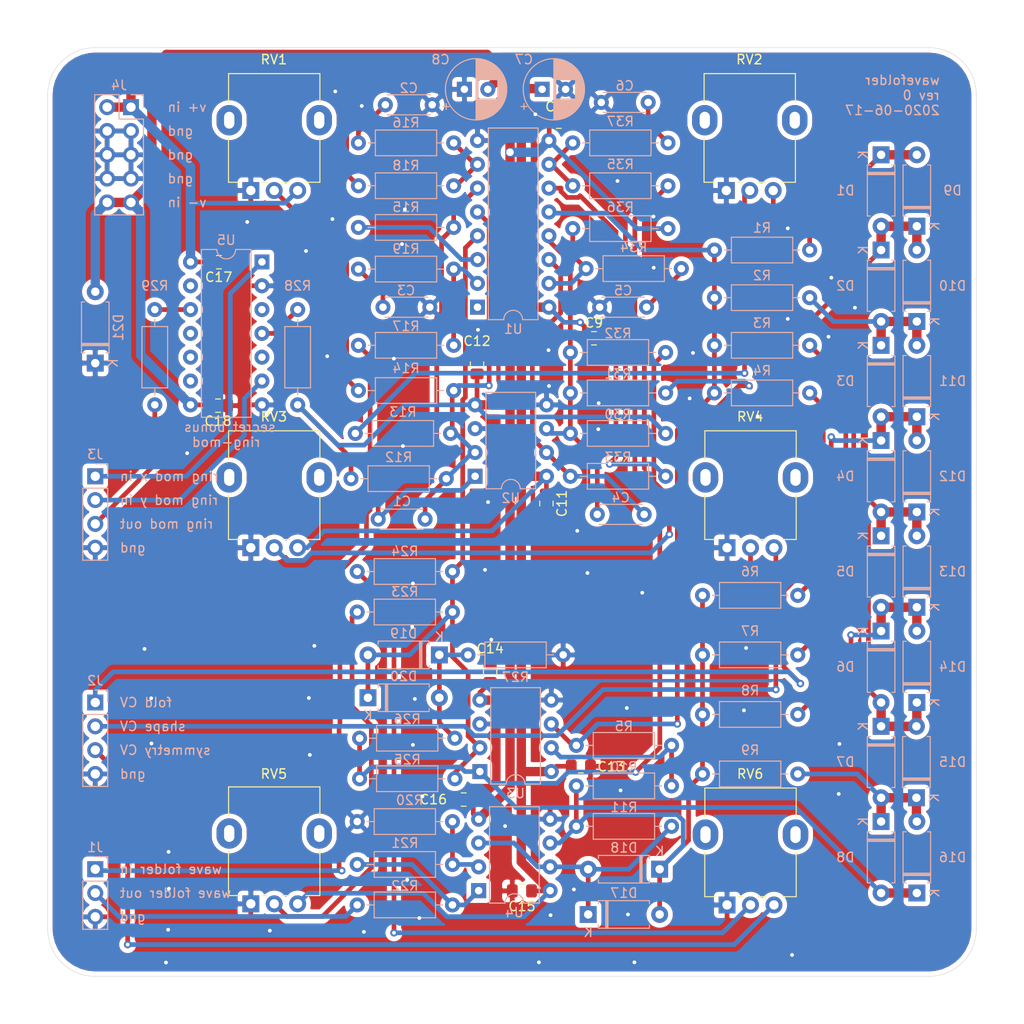
<source format=kicad_pcb>
(kicad_pcb (version 20171130) (host pcbnew 5.1.6-c6e7f7d~87~ubuntu18.04.1)
  (title_block (title "Wave Folder") (date 2020-07-22) (rev 0) (comment 1 creativecommons.org/licenses/by/4.0/) (comment 2 "License: CC by 4.0") (comment 3 "Author: Jordan Aceto"))
  (layers (0 F.Cu signal) (31 B.Cu signal) (34 B.Paste user) (35 F.Paste user) (36 B.SilkS user) (37 F.SilkS user) (38 B.Mask user) (39 F.Mask user) (44 Edge.Cuts user))
  (net 0 "")
  (net 1 "Net-(C1-Pad2)")
  (net 2 "Net-(C1-Pad1)")
  (net 3 GND)
  (net 4 "Net-(C2-Pad1)")
  (net 5 "Net-(C3-Pad1)")
  (net 6 "Net-(C4-Pad2)")
  (net 7 "Net-(C4-Pad1)")
  (net 8 "Net-(C5-Pad1)")
  (net 9 "Net-(C6-Pad1)")
  (net 10 +12V)
  (net 11 -12V)
  (net 12 "Net-(D1-Pad2)")
  (net 13 "Net-(D1-Pad1)")
  (net 14 "Net-(D10-Pad1)")
  (net 15 "Net-(D11-Pad1)")
  (net 16 "Net-(D12-Pad1)")
  (net 17 "Net-(D13-Pad1)")
  (net 18 "Net-(D14-Pad1)")
  (net 19 "Net-(D15-Pad1)")
  (net 20 /core/core_v_in)
  (net 21 "Net-(D17-Pad2)")
  (net 22 /core/core_out)
  (net 23 /folds_VCA/folds_VCA_signal_i_out)
  (net 24 "Net-(D19-Pad1)")
  (net 25 /signal_out)
  (net 26 /signal_in)
  (net 27 /symmetry_CV_in)
  (net 28 /shape_CV_in)
  (net 29 /folds_CV_in)
  (net 30 /ring_mod_out)
  (net 31 /ring_mod_y_in)
  (net 32 /ring_mod_x_in)
  (net 33 /core/core_i_in)
  (net 34 "Net-(R10-Pad2)")
  (net 35 /folds_CV)
  (net 36 /manual_folds)
  (net 37 "Net-(R15-Pad1)")
  (net 38 "Net-(R16-Pad2)")
  (net 39 "Net-(R17-Pad1)")
  (net 40 "Net-(R20-Pad2)")
  (net 41 "Net-(R21-Pad2)")
  (net 42 /manual_symmetry)
  (net 43 /symmetry_CV)
  (net 44 "Net-(R28-Pad1)")
  (net 45 "Net-(R29-Pad2)")
  (net 46 /shape_CV)
  (net 47 /manual_shape)
  (net 48 "Net-(R33-Pad1)")
  (net 49 "Net-(R34-Pad2)")
  (net 50 "Net-(R35-Pad1)")
  (net 51 "Net-(U1-Pad1)")
  (net 52 "Net-(U5-Pad13)")
  (net 53 "Net-(U5-Pad5)")
  (net 54 "Net-(U5-Pad11)")
  (net 55 "Net-(U5-Pad10)")
  (net 56 "Net-(U5-Pad3)")
  (net 57 "Net-(U5-Pad9)")
  (module Package_DIP:DIP-14_W7.62mm (layer B.Cu) (at 149.86 73.66 180)
    (fp_text reference U5 (at 3.81 2.33) (layer B.SilkS) (effects (justify mirror)))
    (fp_text value AD534)
    (pad 14 thru_hole oval (at 7.62 0 180) (size 1.6 1.6) (drill 0.8) (layers *.Cu *.Mask) (net 10 +12V))
    (pad 7 thru_hole oval (at 0 -15.24 180) (size 1.6 1.6) (drill 0.8) (layers *.Cu *.Mask) (net 3 GND))
    (pad 13 thru_hole oval (at 7.62 -2.54 180) (size 1.6 1.6) (drill 0.8) (layers *.Cu *.Mask) (net 52 "Net-(U5-Pad13)"))
    (pad 6 thru_hole oval (at 0 -12.7 180) (size 1.6 1.6) (drill 0.8) (layers *.Cu *.Mask) (net 31 /ring_mod_y_in))
    (pad 12 thru_hole oval (at 7.62 -5.08 180) (size 1.6 1.6) (drill 0.8) (layers *.Cu *.Mask) (net 45 "Net-(R29-Pad2)"))
    (pad 5 thru_hole oval (at 0 -10.16 180) (size 1.6 1.6) (drill 0.8) (layers *.Cu *.Mask) (net 53 "Net-(U5-Pad5)"))
    (pad 11 thru_hole oval (at 7.62 -7.62 180) (size 1.6 1.6) (drill 0.8) (layers *.Cu *.Mask) (net 54 "Net-(U5-Pad11)"))
    (pad 4 thru_hole oval (at 0 -7.62 180) (size 1.6 1.6) (drill 0.8) (layers *.Cu *.Mask) (net 44 "Net-(R28-Pad1)"))
    (pad 10 thru_hole oval (at 7.62 -10.16 180) (size 1.6 1.6) (drill 0.8) (layers *.Cu *.Mask) (net 55 "Net-(U5-Pad10)"))
    (pad 3 thru_hole oval (at 0 -5.08 180) (size 1.6 1.6) (drill 0.8) (layers *.Cu *.Mask) (net 56 "Net-(U5-Pad3)"))
    (pad 9 thru_hole oval (at 7.62 -12.7 180) (size 1.6 1.6) (drill 0.8) (layers *.Cu *.Mask) (net 57 "Net-(U5-Pad9)"))
    (pad 2 thru_hole oval (at 0 -2.54 180) (size 1.6 1.6) (drill 0.8) (layers *.Cu *.Mask) (net 3 GND))
    (pad 8 thru_hole oval (at 7.62 -15.24 180) (size 1.6 1.6) (drill 0.8) (layers *.Cu *.Mask) (net 11 -12V))
    (pad 1 thru_hole rect (at 0 0 180) (size 1.6 1.6) (drill 0.8) (layers *.Cu *.Mask) (net 32 /ring_mod_x_in))
  )
  (module Package_DIP:DIP-8_W7.62mm (layer B.Cu) (at 172.974 140.716)
    (fp_text reference U4 (at 3.81 2.33) (layer B.SilkS) (effects (justify mirror)))
    (fp_text value TL072)
    (pad 8 thru_hole oval (at 7.62 0) (size 1.6 1.6) (drill 0.8) (layers *.Cu *.Mask) (net 10 +12V))
    (pad 4 thru_hole oval (at 0 -7.62) (size 1.6 1.6) (drill 0.8) (layers *.Cu *.Mask) (net 11 -12V))
    (pad 7 thru_hole oval (at 7.62 -2.54) (size 1.6 1.6) (drill 0.8) (layers *.Cu *.Mask) (net 22 /core/core_out))
    (pad 3 thru_hole oval (at 0 -5.08) (size 1.6 1.6) (drill 0.8) (layers *.Cu *.Mask) (net 22 /core/core_out))
    (pad 6 thru_hole oval (at 7.62 -5.08) (size 1.6 1.6) (drill 0.8) (layers *.Cu *.Mask) (net 21 "Net-(D17-Pad2)"))
    (pad 2 thru_hole oval (at 0 -2.54) (size 1.6 1.6) (drill 0.8) (layers *.Cu *.Mask) (net 40 "Net-(R20-Pad2)"))
    (pad 5 thru_hole oval (at 7.62 -7.62) (size 1.6 1.6) (drill 0.8) (layers *.Cu *.Mask) (net 3 GND))
    (pad 1 thru_hole rect (at 0 0) (size 1.6 1.6) (drill 0.8) (layers *.Cu *.Mask) (net 41 "Net-(R21-Pad2)"))
  )
  (module Package_DIP:DIP-8_W7.62mm (layer B.Cu) (at 173.101 128.016)
    (fp_text reference U3 (at 3.81 2.33) (layer B.SilkS) (effects (justify mirror)))
    (fp_text value TL072)
    (pad 8 thru_hole oval (at 7.62 0) (size 1.6 1.6) (drill 0.8) (layers *.Cu *.Mask) (net 10 +12V))
    (pad 4 thru_hole oval (at 0 -7.62) (size 1.6 1.6) (drill 0.8) (layers *.Cu *.Mask) (net 11 -12V))
    (pad 7 thru_hole oval (at 7.62 -2.54) (size 1.6 1.6) (drill 0.8) (layers *.Cu *.Mask) (net 34 "Net-(R10-Pad2)"))
    (pad 3 thru_hole oval (at 0 -5.08) (size 1.6 1.6) (drill 0.8) (layers *.Cu *.Mask) (net 3 GND))
    (pad 6 thru_hole oval (at 7.62 -5.08) (size 1.6 1.6) (drill 0.8) (layers *.Cu *.Mask) (net 33 /core/core_i_in))
    (pad 2 thru_hole oval (at 0 -2.54) (size 1.6 1.6) (drill 0.8) (layers *.Cu *.Mask) (net 23 /folds_VCA/folds_VCA_signal_i_out))
    (pad 5 thru_hole oval (at 7.62 -7.62) (size 1.6 1.6) (drill 0.8) (layers *.Cu *.Mask) (net 3 GND))
    (pad 1 thru_hole rect (at 0 0) (size 1.6 1.6) (drill 0.8) (layers *.Cu *.Mask) (net 20 /core/core_v_in))
  )
  (module Package_DIP:DIP-8_W7.62mm (layer B.Cu) (at 172.593 96.52)
    (fp_text reference U2 (at 3.81 2.33) (layer B.SilkS) (effects (justify mirror)))
    (fp_text value TL072)
    (pad 8 thru_hole oval (at 7.62 0) (size 1.6 1.6) (drill 0.8) (layers *.Cu *.Mask) (net 10 +12V))
    (pad 4 thru_hole oval (at 0 -7.62) (size 1.6 1.6) (drill 0.8) (layers *.Cu *.Mask) (net 11 -12V))
    (pad 7 thru_hole oval (at 7.62 -2.54) (size 1.6 1.6) (drill 0.8) (layers *.Cu *.Mask) (net 7 "Net-(C4-Pad1)"))
    (pad 3 thru_hole oval (at 0 -5.08) (size 1.6 1.6) (drill 0.8) (layers *.Cu *.Mask) (net 3 GND))
    (pad 6 thru_hole oval (at 7.62 -5.08) (size 1.6 1.6) (drill 0.8) (layers *.Cu *.Mask) (net 6 "Net-(C4-Pad2)"))
    (pad 2 thru_hole oval (at 0 -2.54) (size 1.6 1.6) (drill 0.8) (layers *.Cu *.Mask) (net 1 "Net-(C1-Pad2)"))
    (pad 5 thru_hole oval (at 7.62 -7.62) (size 1.6 1.6) (drill 0.8) (layers *.Cu *.Mask) (net 3 GND))
    (pad 1 thru_hole rect (at 0 0) (size 1.6 1.6) (drill 0.8) (layers *.Cu *.Mask) (net 2 "Net-(C1-Pad1)"))
  )
  (module Package_DIP:DIP-16_W7.62mm (layer B.Cu) (at 172.847 78.486)
    (fp_text reference U1 (at 3.81 2.33) (layer B.SilkS) (effects (justify mirror)))
    (fp_text value SSM2164)
    (pad 16 thru_hole oval (at 7.62 0) (size 1.6 1.6) (drill 0.8) (layers *.Cu *.Mask) (net 10 +12V))
    (pad 8 thru_hole oval (at 0 -17.78) (size 1.6 1.6) (drill 0.8) (layers *.Cu *.Mask) (net 3 GND))
    (pad 15 thru_hole oval (at 7.62 -2.54) (size 1.6 1.6) (drill 0.8) (layers *.Cu *.Mask) (net 49 "Net-(R34-Pad2)"))
    (pad 7 thru_hole oval (at 0 -15.24) (size 1.6 1.6) (drill 0.8) (layers *.Cu *.Mask) (net 38 "Net-(R16-Pad2)"))
    (pad 14 thru_hole oval (at 7.62 -5.08) (size 1.6 1.6) (drill 0.8) (layers *.Cu *.Mask) (net 7 "Net-(C4-Pad1)"))
    (pad 6 thru_hole oval (at 0 -12.7) (size 1.6 1.6) (drill 0.8) (layers *.Cu *.Mask) (net 2 "Net-(C1-Pad1)"))
    (pad 13 thru_hole oval (at 7.62 -7.62) (size 1.6 1.6) (drill 0.8) (layers *.Cu *.Mask) (net 6 "Net-(C4-Pad2)"))
    (pad 5 thru_hole oval (at 0 -10.16) (size 1.6 1.6) (drill 0.8) (layers *.Cu *.Mask) (net 1 "Net-(C1-Pad2)"))
    (pad 12 thru_hole oval (at 7.62 -10.16) (size 1.6 1.6) (drill 0.8) (layers *.Cu *.Mask) (net 33 /core/core_i_in))
    (pad 4 thru_hole oval (at 0 -7.62) (size 1.6 1.6) (drill 0.8) (layers *.Cu *.Mask) (net 23 /folds_VCA/folds_VCA_signal_i_out))
    (pad 11 thru_hole oval (at 7.62 -12.7) (size 1.6 1.6) (drill 0.8) (layers *.Cu *.Mask) (net 48 "Net-(R33-Pad1)"))
    (pad 3 thru_hole oval (at 0 -5.08) (size 1.6 1.6) (drill 0.8) (layers *.Cu *.Mask) (net 37 "Net-(R15-Pad1)"))
    (pad 10 thru_hole oval (at 7.62 -15.24) (size 1.6 1.6) (drill 0.8) (layers *.Cu *.Mask) (net 50 "Net-(R35-Pad1)"))
    (pad 2 thru_hole oval (at 0 -2.54) (size 1.6 1.6) (drill 0.8) (layers *.Cu *.Mask) (net 39 "Net-(R17-Pad1)"))
    (pad 9 thru_hole oval (at 7.62 -17.78) (size 1.6 1.6) (drill 0.8) (layers *.Cu *.Mask) (net 11 -12V))
    (pad 1 thru_hole rect (at 0 0) (size 1.6 1.6) (drill 0.8) (layers *.Cu *.Mask) (net 51 "Net-(U1-Pad1)"))
  )
  (module Potentiometer_THT:Potentiometer_Alpha_RD901F-40-00D_Single_Vertical (layer F.Cu) (at 199.47 142.24 90)
    (fp_text reference RV6 (at 13.97 2.46) (layer F.SilkS))
    (fp_text value 100k)
    (pad "" thru_hole oval (at 7.5 -2.3 180) (size 2.72 3.24) (drill oval 1.1 1.8) (layers *.Cu *.Mask))
    (pad "" thru_hole oval (at 7.5 7.3 180) (size 2.72 3.24) (drill oval 1.1 1.8) (layers *.Cu *.Mask))
    (pad 3 thru_hole circle (at 0 5 180) (size 1.8 1.8) (drill 1) (layers *.Cu *.Mask) (net 27 /symmetry_CV_in))
    (pad 2 thru_hole circle (at 0 2.5 180) (size 1.8 1.8) (drill 1) (layers *.Cu *.Mask) (net 43 /symmetry_CV))
    (pad 1 thru_hole rect (at 0 0 180) (size 1.8 1.8) (drill 1) (layers *.Cu *.Mask) (net 3 GND))
  )
  (module Potentiometer_THT:Potentiometer_Alpha_RD901F-40-00D_Single_Vertical (layer F.Cu) (at 148.67 142.12 90)
    (fp_text reference RV5 (at 13.85 2.46) (layer F.SilkS))
    (fp_text value 100k)
    (pad "" thru_hole oval (at 7.5 -2.3 180) (size 2.72 3.24) (drill oval 1.1 1.8) (layers *.Cu *.Mask))
    (pad "" thru_hole oval (at 7.5 7.3 180) (size 2.72 3.24) (drill oval 1.1 1.8) (layers *.Cu *.Mask))
    (pad 3 thru_hole circle (at 0 5 180) (size 1.8 1.8) (drill 1) (layers *.Cu *.Mask) (net 10 +12V))
    (pad 2 thru_hole circle (at 0 2.5 180) (size 1.8 1.8) (drill 1) (layers *.Cu *.Mask) (net 42 /manual_symmetry))
    (pad 1 thru_hole rect (at 0 0 180) (size 1.8 1.8) (drill 1) (layers *.Cu *.Mask) (net 3 GND))
  )
  (module Potentiometer_THT:Potentiometer_Alpha_RD901F-40-00D_Single_Vertical (layer F.Cu) (at 199.47 104.14 90)
    (fp_text reference RV4 (at 13.97 2.46) (layer F.SilkS))
    (fp_text value 100k)
    (pad "" thru_hole oval (at 7.5 -2.3 180) (size 2.72 3.24) (drill oval 1.1 1.8) (layers *.Cu *.Mask))
    (pad "" thru_hole oval (at 7.5 7.3 180) (size 2.72 3.24) (drill oval 1.1 1.8) (layers *.Cu *.Mask))
    (pad 3 thru_hole circle (at 0 5 180) (size 1.8 1.8) (drill 1) (layers *.Cu *.Mask) (net 28 /shape_CV_in))
    (pad 2 thru_hole circle (at 0 2.5 180) (size 1.8 1.8) (drill 1) (layers *.Cu *.Mask) (net 46 /shape_CV))
    (pad 1 thru_hole rect (at 0 0 180) (size 1.8 1.8) (drill 1) (layers *.Cu *.Mask) (net 3 GND))
  )
  (module Potentiometer_THT:Potentiometer_Alpha_RD901F-40-00D_Single_Vertical (layer F.Cu) (at 148.67 104.14 90)
    (fp_text reference RV3 (at 13.97 2.46) (layer F.SilkS))
    (fp_text value 100k)
    (pad "" thru_hole oval (at 7.5 -2.3 180) (size 2.72 3.24) (drill oval 1.1 1.8) (layers *.Cu *.Mask))
    (pad "" thru_hole oval (at 7.5 7.3 180) (size 2.72 3.24) (drill oval 1.1 1.8) (layers *.Cu *.Mask))
    (pad 3 thru_hole circle (at 0 5 180) (size 1.8 1.8) (drill 1) (layers *.Cu *.Mask) (net 10 +12V))
    (pad 2 thru_hole circle (at 0 2.5 180) (size 1.8 1.8) (drill 1) (layers *.Cu *.Mask) (net 47 /manual_shape))
    (pad 1 thru_hole rect (at 0 0 180) (size 1.8 1.8) (drill 1) (layers *.Cu *.Mask) (net 3 GND))
  )
  (module Potentiometer_THT:Potentiometer_Alpha_RD901F-40-00D_Single_Vertical (layer F.Cu) (at 199.39 66.04 90)
    (fp_text reference RV2 (at 13.97 2.46) (layer F.SilkS))
    (fp_text value 100k)
    (pad "" thru_hole oval (at 7.5 -2.3 180) (size 2.72 3.24) (drill oval 1.1 1.8) (layers *.Cu *.Mask))
    (pad "" thru_hole oval (at 7.5 7.3 180) (size 2.72 3.24) (drill oval 1.1 1.8) (layers *.Cu *.Mask))
    (pad 3 thru_hole circle (at 0 5 180) (size 1.8 1.8) (drill 1) (layers *.Cu *.Mask) (net 29 /folds_CV_in))
    (pad 2 thru_hole circle (at 0 2.5 180) (size 1.8 1.8) (drill 1) (layers *.Cu *.Mask) (net 35 /folds_CV))
    (pad 1 thru_hole rect (at 0 0 180) (size 1.8 1.8) (drill 1) (layers *.Cu *.Mask) (net 3 GND))
  )
  (module Potentiometer_THT:Potentiometer_Alpha_RD901F-40-00D_Single_Vertical (layer F.Cu) (at 148.67 66.04 90)
    (fp_text reference RV1 (at 13.97 2.46) (layer F.SilkS))
    (fp_text value 100k)
    (pad "" thru_hole oval (at 7.5 -2.3 180) (size 2.72 3.24) (drill oval 1.1 1.8) (layers *.Cu *.Mask))
    (pad "" thru_hole oval (at 7.5 7.3 180) (size 2.72 3.24) (drill oval 1.1 1.8) (layers *.Cu *.Mask))
    (pad 3 thru_hole circle (at 0 5 180) (size 1.8 1.8) (drill 1) (layers *.Cu *.Mask) (net 10 +12V))
    (pad 2 thru_hole circle (at 0 2.5 180) (size 1.8 1.8) (drill 1) (layers *.Cu *.Mask) (net 36 /manual_folds))
    (pad 1 thru_hole rect (at 0 0 180) (size 1.8 1.8) (drill 1) (layers *.Cu *.Mask) (net 3 GND))
  )
  (module Resistor_THT:R_Axial_DIN0207_L6.3mm_D2.5mm_P10.16mm_Horizontal (layer B.Cu) (at 193.167 60.96 180)
    (fp_text reference R37 (at 5.08 2.286) (layer B.SilkS) (effects (justify mirror)))
    (fp_text value 510)
    (pad 2 thru_hole oval (at 10.16 0 180) (size 1.6 1.6) (drill 0.8) (layers *.Cu *.Mask) (net 50 "Net-(R35-Pad1)"))
    (pad 1 thru_hole circle (at 0 0 180) (size 1.6 1.6) (drill 0.8) (layers *.Cu *.Mask) (net 9 "Net-(C6-Pad1)"))
  )
  (module Resistor_THT:R_Axial_DIN0207_L6.3mm_D2.5mm_P10.16mm_Horizontal (layer B.Cu) (at 193.167 70.104 180)
    (fp_text reference R36 (at 5.08 2.286) (layer B.SilkS) (effects (justify mirror)))
    (fp_text value 240k)
    (pad 2 thru_hole oval (at 10.16 0 180) (size 1.6 1.6) (drill 0.8) (layers *.Cu *.Mask) (net 49 "Net-(R34-Pad2)"))
    (pad 1 thru_hole circle (at 0 0 180) (size 1.6 1.6) (drill 0.8) (layers *.Cu *.Mask) (net 11 -12V))
  )
  (module Resistor_THT:R_Axial_DIN0207_L6.3mm_D2.5mm_P10.16mm_Horizontal (layer B.Cu) (at 183.007 65.532)
    (fp_text reference R35 (at 5.08 -2.286) (layer B.SilkS) (effects (justify mirror)))
    (fp_text value 27k)
    (pad 2 thru_hole oval (at 10.16 0) (size 1.6 1.6) (drill 0.8) (layers *.Cu *.Mask) (net 20 /core/core_v_in))
    (pad 1 thru_hole circle (at 0 0) (size 1.6 1.6) (drill 0.8) (layers *.Cu *.Mask) (net 50 "Net-(R35-Pad1)"))
  )
  (module Resistor_THT:R_Axial_DIN0207_L6.3mm_D2.5mm_P10.16mm_Horizontal (layer B.Cu) (at 194.5894 74.3712 180)
    (fp_text reference R34 (at 5.08 2.286) (layer B.SilkS) (effects (justify mirror)))
    (fp_text value 510)
    (pad 2 thru_hole oval (at 10.16 0 180) (size 1.6 1.6) (drill 0.8) (layers *.Cu *.Mask) (net 49 "Net-(R34-Pad2)"))
    (pad 1 thru_hole circle (at 0 0 180) (size 1.6 1.6) (drill 0.8) (layers *.Cu *.Mask) (net 8 "Net-(C5-Pad1)"))
  )
  (module Resistor_THT:R_Axial_DIN0207_L6.3mm_D2.5mm_P10.16mm_Horizontal (layer B.Cu) (at 192.913 96.52 180)
    (fp_text reference R33 (at 5.08 2.032) (layer B.SilkS) (effects (justify mirror)))
    (fp_text value 4k7)
    (pad 2 thru_hole oval (at 10.16 0 180) (size 1.6 1.6) (drill 0.8) (layers *.Cu *.Mask) (net 7 "Net-(C4-Pad1)"))
    (pad 1 thru_hole circle (at 0 0 180) (size 1.6 1.6) (drill 0.8) (layers *.Cu *.Mask) (net 48 "Net-(R33-Pad1)"))
  )
  (module Resistor_THT:R_Axial_DIN0207_L6.3mm_D2.5mm_P10.16mm_Horizontal (layer B.Cu) (at 182.753 83.312)
    (fp_text reference R32 (at 5.08 -2.032) (layer B.SilkS) (effects (justify mirror)))
    (fp_text value 220k)
    (pad 2 thru_hole oval (at 10.16 0) (size 1.6 1.6) (drill 0.8) (layers *.Cu *.Mask) (net 47 /manual_shape))
    (pad 1 thru_hole circle (at 0 0) (size 1.6 1.6) (drill 0.8) (layers *.Cu *.Mask) (net 6 "Net-(C4-Pad2)"))
  )
  (module Resistor_THT:R_Axial_DIN0207_L6.3mm_D2.5mm_P10.16mm_Horizontal (layer B.Cu) (at 182.753 87.63)
    (fp_text reference R31 (at 5.08 -2.032) (layer B.SilkS) (effects (justify mirror)))
    (fp_text value 100k)
    (pad 2 thru_hole oval (at 10.16 0) (size 1.6 1.6) (drill 0.8) (layers *.Cu *.Mask) (net 46 /shape_CV))
    (pad 1 thru_hole circle (at 0 0) (size 1.6 1.6) (drill 0.8) (layers *.Cu *.Mask) (net 6 "Net-(C4-Pad2)"))
  )
  (module Resistor_THT:R_Axial_DIN0207_L6.3mm_D2.5mm_P10.16mm_Horizontal (layer B.Cu) (at 182.753 91.948)
    (fp_text reference R30 (at 5.08 -2.032) (layer B.SilkS) (effects (justify mirror)))
    (fp_text value 10M)
    (pad 2 thru_hole oval (at 10.16 0) (size 1.6 1.6) (drill 0.8) (layers *.Cu *.Mask) (net 11 -12V))
    (pad 1 thru_hole circle (at 0 0) (size 1.6 1.6) (drill 0.8) (layers *.Cu *.Mask) (net 6 "Net-(C4-Pad2)"))
  )
  (module Resistor_THT:R_Axial_DIN0207_L6.3mm_D2.5mm_P10.16mm_Horizontal (layer B.Cu) (at 138.43 88.9 90)
    (fp_text reference R29 (at 12.7 0 180) (layer B.SilkS) (effects (justify mirror)))
    (fp_text value 1k)
    (pad 2 thru_hole oval (at 10.16 0 90) (size 1.6 1.6) (drill 0.8) (layers *.Cu *.Mask) (net 45 "Net-(R29-Pad2)"))
    (pad 1 thru_hole circle (at 0 0 90) (size 1.6 1.6) (drill 0.8) (layers *.Cu *.Mask) (net 30 /ring_mod_out))
  )
  (module Resistor_THT:R_Axial_DIN0207_L6.3mm_D2.5mm_P10.16mm_Horizontal (layer B.Cu) (at 153.67 78.74 270)
    (fp_text reference R28 (at -2.54 0 180) (layer B.SilkS) (effects (justify mirror)))
    (fp_text value 5k6)
    (pad 2 thru_hole oval (at 10.16 0 270) (size 1.6 1.6) (drill 0.8) (layers *.Cu *.Mask) (net 11 -12V))
    (pad 1 thru_hole circle (at 0 0 270) (size 1.6 1.6) (drill 0.8) (layers *.Cu *.Mask) (net 44 "Net-(R28-Pad1)"))
  )
  (module Resistor_THT:R_Axial_DIN0207_L6.3mm_D2.5mm_P10.16mm_Horizontal (layer B.Cu) (at 171.831 115.57)
    (fp_text reference R27 (at 5.08 2.37) (layer B.SilkS) (effects (justify mirror)))
    (fp_text value 2k7)
    (pad 2 thru_hole oval (at 10.16 0) (size 1.6 1.6) (drill 0.8) (layers *.Cu *.Mask) (net 3 GND))
    (pad 1 thru_hole circle (at 0 0) (size 1.6 1.6) (drill 0.8) (layers *.Cu *.Mask) (net 24 "Net-(D19-Pad1)"))
  )
  (module Resistor_THT:R_Axial_DIN0207_L6.3mm_D2.5mm_P10.16mm_Horizontal (layer B.Cu) (at 160.274 124.46)
    (fp_text reference R26 (at 5.08 -2.032) (layer B.SilkS) (effects (justify mirror)))
    (fp_text value 33k)
    (pad 2 thru_hole oval (at 10.16 0) (size 1.6 1.6) (drill 0.8) (layers *.Cu *.Mask) (net 24 "Net-(D19-Pad1)"))
    (pad 1 thru_hole circle (at 0 0) (size 1.6 1.6) (drill 0.8) (layers *.Cu *.Mask) (net 20 /core/core_v_in))
  )
  (module Resistor_THT:R_Axial_DIN0207_L6.3mm_D2.5mm_P10.16mm_Horizontal (layer B.Cu) (at 160.274 128.778)
    (fp_text reference R25 (at 5.08 -2.032) (layer B.SilkS) (effects (justify mirror)))
    (fp_text value 180k)
    (pad 2 thru_hole oval (at 10.16 0) (size 1.6 1.6) (drill 0.8) (layers *.Cu *.Mask) (net 23 /folds_VCA/folds_VCA_signal_i_out))
    (pad 1 thru_hole circle (at 0 0) (size 1.6 1.6) (drill 0.8) (layers *.Cu *.Mask) (net 20 /core/core_v_in))
  )
  (module Resistor_THT:R_Axial_DIN0207_L6.3mm_D2.5mm_P10.16mm_Horizontal (layer B.Cu) (at 170.18 106.68 180)
    (fp_text reference R24 (at 5.08 2.159) (layer B.SilkS) (effects (justify mirror)))
    (fp_text value 100k)
    (pad 2 thru_hole oval (at 10.16 0 180) (size 1.6 1.6) (drill 0.8) (layers *.Cu *.Mask) (net 43 /symmetry_CV))
    (pad 1 thru_hole circle (at 0 0 180) (size 1.6 1.6) (drill 0.8) (layers *.Cu *.Mask) (net 23 /folds_VCA/folds_VCA_signal_i_out))
  )
  (module Resistor_THT:R_Axial_DIN0207_L6.3mm_D2.5mm_P10.16mm_Horizontal (layer B.Cu) (at 170.18 110.998 180)
    (fp_text reference R23 (at 5.08 2.159) (layer B.SilkS) (effects (justify mirror)))
    (fp_text value 220k)
    (pad 2 thru_hole oval (at 10.16 0 180) (size 1.6 1.6) (drill 0.8) (layers *.Cu *.Mask) (net 42 /manual_symmetry))
    (pad 1 thru_hole circle (at 0 0 180) (size 1.6 1.6) (drill 0.8) (layers *.Cu *.Mask) (net 23 /folds_VCA/folds_VCA_signal_i_out))
  )
  (module Resistor_THT:R_Axial_DIN0207_L6.3mm_D2.5mm_P10.16mm_Horizontal (layer B.Cu) (at 170.18 142.24 180)
    (fp_text reference R22 (at 5.08 2.032) (layer B.SilkS) (effects (justify mirror)))
    (fp_text value 1k)
    (pad 2 thru_hole oval (at 10.16 0 180) (size 1.6 1.6) (drill 0.8) (layers *.Cu *.Mask) (net 25 /signal_out))
    (pad 1 thru_hole circle (at 0 0 180) (size 1.6 1.6) (drill 0.8) (layers *.Cu *.Mask) (net 41 "Net-(R21-Pad2)"))
  )
  (module Resistor_THT:R_Axial_DIN0207_L6.3mm_D2.5mm_P10.16mm_Horizontal (layer B.Cu) (at 170.18 137.922 180)
    (fp_text reference R21 (at 5.08 2.286) (layer B.SilkS) (effects (justify mirror)))
    (fp_text value 82k)
    (pad 2 thru_hole oval (at 10.16 0 180) (size 1.6 1.6) (drill 0.8) (layers *.Cu *.Mask) (net 41 "Net-(R21-Pad2)"))
    (pad 1 thru_hole circle (at 0 0 180) (size 1.6 1.6) (drill 0.8) (layers *.Cu *.Mask) (net 40 "Net-(R20-Pad2)"))
  )
  (module Resistor_THT:R_Axial_DIN0207_L6.3mm_D2.5mm_P10.16mm_Horizontal (layer B.Cu) (at 160.02 133.35)
    (fp_text reference R20 (at 5.588 -2.286) (layer B.SilkS) (effects (justify mirror)))
    (fp_text value 7k5)
    (pad 2 thru_hole oval (at 10.16 0) (size 1.6 1.6) (drill 0.8) (layers *.Cu *.Mask) (net 40 "Net-(R20-Pad2)"))
    (pad 1 thru_hole circle (at 0 0) (size 1.6 1.6) (drill 0.8) (layers *.Cu *.Mask) (net 3 GND))
  )
  (module Resistor_THT:R_Axial_DIN0207_L6.3mm_D2.5mm_P10.16mm_Horizontal (layer B.Cu) (at 160.147 74.422)
    (fp_text reference R19 (at 5.08 -2.159) (layer B.SilkS) (effects (justify mirror)))
    (fp_text value 510)
    (pad 2 thru_hole oval (at 10.16 0) (size 1.6 1.6) (drill 0.8) (layers *.Cu *.Mask) (net 39 "Net-(R17-Pad1)"))
    (pad 1 thru_hole circle (at 0 0) (size 1.6 1.6) (drill 0.8) (layers *.Cu *.Mask) (net 5 "Net-(C3-Pad1)"))
  )
  (module Resistor_THT:R_Axial_DIN0207_L6.3mm_D2.5mm_P10.16mm_Horizontal (layer B.Cu) (at 160.147 65.532)
    (fp_text reference R18 (at 5.08 -2.159) (layer B.SilkS) (effects (justify mirror)))
    (fp_text value 240k)
    (pad 2 thru_hole oval (at 10.16 0) (size 1.6 1.6) (drill 0.8) (layers *.Cu *.Mask) (net 38 "Net-(R16-Pad2)"))
    (pad 1 thru_hole circle (at 0 0) (size 1.6 1.6) (drill 0.8) (layers *.Cu *.Mask) (net 11 -12V))
  )
  (module Resistor_THT:R_Axial_DIN0207_L6.3mm_D2.5mm_P10.16mm_Horizontal (layer B.Cu) (at 170.307 82.55 180)
    (fp_text reference R17 (at 5.08 2.032) (layer B.SilkS) (effects (justify mirror)))
    (fp_text value 100k)
    (pad 2 thru_hole oval (at 10.16 0 180) (size 1.6 1.6) (drill 0.8) (layers *.Cu *.Mask) (net 26 /signal_in))
    (pad 1 thru_hole circle (at 0 0 180) (size 1.6 1.6) (drill 0.8) (layers *.Cu *.Mask) (net 39 "Net-(R17-Pad1)"))
  )
  (module Resistor_THT:R_Axial_DIN0207_L6.3mm_D2.5mm_P10.16mm_Horizontal (layer B.Cu) (at 160.147 60.96)
    (fp_text reference R16 (at 5.08 -2.159) (layer B.SilkS) (effects (justify mirror)))
    (fp_text value 510)
    (pad 2 thru_hole oval (at 10.16 0) (size 1.6 1.6) (drill 0.8) (layers *.Cu *.Mask) (net 38 "Net-(R16-Pad2)"))
    (pad 1 thru_hole circle (at 0 0) (size 1.6 1.6) (drill 0.8) (layers *.Cu *.Mask) (net 4 "Net-(C2-Pad1)"))
  )
  (module Resistor_THT:R_Axial_DIN0207_L6.3mm_D2.5mm_P10.16mm_Horizontal (layer B.Cu) (at 160.147 69.977)
    (fp_text reference R15 (at 5.08 -2.159) (layer B.SilkS) (effects (justify mirror)))
    (fp_text value 4k7)
    (pad 2 thru_hole oval (at 10.16 0) (size 1.6 1.6) (drill 0.8) (layers *.Cu *.Mask) (net 2 "Net-(C1-Pad1)"))
    (pad 1 thru_hole circle (at 0 0) (size 1.6 1.6) (drill 0.8) (layers *.Cu *.Mask) (net 37 "Net-(R15-Pad1)"))
  )
  (module Resistor_THT:R_Axial_DIN0207_L6.3mm_D2.5mm_P10.16mm_Horizontal (layer B.Cu) (at 170.307 87.376 180)
    (fp_text reference R14 (at 5.08 2.37) (layer B.SilkS) (effects (justify mirror)))
    (fp_text value 220k)
    (pad 2 thru_hole oval (at 10.16 0 180) (size 1.6 1.6) (drill 0.8) (layers *.Cu *.Mask) (net 36 /manual_folds))
    (pad 1 thru_hole circle (at 0 0 180) (size 1.6 1.6) (drill 0.8) (layers *.Cu *.Mask) (net 1 "Net-(C1-Pad2)"))
  )
  (module Resistor_THT:R_Axial_DIN0207_L6.3mm_D2.5mm_P10.16mm_Horizontal (layer B.Cu) (at 169.9768 91.948 180)
    (fp_text reference R13 (at 5.08 2.286) (layer B.SilkS) (effects (justify mirror)))
    (fp_text value 100k)
    (pad 2 thru_hole oval (at 10.16 0 180) (size 1.6 1.6) (drill 0.8) (layers *.Cu *.Mask) (net 35 /folds_CV))
    (pad 1 thru_hole circle (at 0 0 180) (size 1.6 1.6) (drill 0.8) (layers *.Cu *.Mask) (net 1 "Net-(C1-Pad2)"))
  )
  (module Resistor_THT:R_Axial_DIN0207_L6.3mm_D2.5mm_P10.16mm_Horizontal (layer B.Cu) (at 169.5196 96.774 180)
    (fp_text reference R12 (at 5.08 2.286) (layer B.SilkS) (effects (justify mirror)))
    (fp_text value dnf)
    (pad 2 thru_hole oval (at 10.16 0 180) (size 1.6 1.6) (drill 0.8) (layers *.Cu *.Mask) (net 11 -12V))
    (pad 1 thru_hole circle (at 0 0 180) (size 1.6 1.6) (drill 0.8) (layers *.Cu *.Mask) (net 1 "Net-(C1-Pad2)"))
  )
  (module Resistor_THT:R_Axial_DIN0207_L6.3mm_D2.5mm_P10.16mm_Horizontal (layer B.Cu) (at 193.548 133.858 180)
    (fp_text reference R11 (at 5.08 2.032) (layer B.SilkS) (effects (justify mirror)))
    (fp_text value 56k)
    (pad 2 thru_hole oval (at 10.16 0 180) (size 1.6 1.6) (drill 0.8) (layers *.Cu *.Mask) (net 21 "Net-(D17-Pad2)"))
    (pad 1 thru_hole circle (at 0 0 180) (size 1.6 1.6) (drill 0.8) (layers *.Cu *.Mask) (net 22 /core/core_out))
  )
  (module Resistor_THT:R_Axial_DIN0207_L6.3mm_D2.5mm_P10.16mm_Horizontal (layer B.Cu) (at 183.388 129.54)
    (fp_text reference R10 (at 5.08 -2.032) (layer B.SilkS) (effects (justify mirror)))
    (fp_text value 5k6)
    (pad 2 thru_hole oval (at 10.16 0) (size 1.6 1.6) (drill 0.8) (layers *.Cu *.Mask) (net 34 "Net-(R10-Pad2)"))
    (pad 1 thru_hole circle (at 0 0) (size 1.6 1.6) (drill 0.8) (layers *.Cu *.Mask) (net 21 "Net-(D17-Pad2)"))
  )
  (module Resistor_THT:R_Axial_DIN0207_L6.3mm_D2.5mm_P10.16mm_Horizontal (layer B.Cu) (at 196.85 128.27)
    (fp_text reference R9 (at 5.08 -2.54) (layer B.SilkS) (effects (justify mirror)))
    (fp_text value 15k)
    (pad 2 thru_hole oval (at 10.16 0) (size 1.6 1.6) (drill 0.8) (layers *.Cu *.Mask) (net 19 "Net-(D15-Pad1)"))
    (pad 1 thru_hole circle (at 0 0) (size 1.6 1.6) (drill 0.8) (layers *.Cu *.Mask) (net 21 "Net-(D17-Pad2)"))
  )
  (module Resistor_THT:R_Axial_DIN0207_L6.3mm_D2.5mm_P10.16mm_Horizontal (layer B.Cu) (at 196.85 121.92)
    (fp_text reference R8 (at 5.08 -2.54) (layer B.SilkS) (effects (justify mirror)))
    (fp_text value 15k)
    (pad 2 thru_hole oval (at 10.16 0) (size 1.6 1.6) (drill 0.8) (layers *.Cu *.Mask) (net 17 "Net-(D13-Pad1)"))
    (pad 1 thru_hole circle (at 0 0) (size 1.6 1.6) (drill 0.8) (layers *.Cu *.Mask) (net 21 "Net-(D17-Pad2)"))
  )
  (module Resistor_THT:R_Axial_DIN0207_L6.3mm_D2.5mm_P10.16mm_Horizontal (layer B.Cu) (at 196.85 115.57)
    (fp_text reference R7 (at 5.08 -2.54) (layer B.SilkS) (effects (justify mirror)))
    (fp_text value 15k)
    (pad 2 thru_hole oval (at 10.16 0) (size 1.6 1.6) (drill 0.8) (layers *.Cu *.Mask) (net 15 "Net-(D11-Pad1)"))
    (pad 1 thru_hole circle (at 0 0) (size 1.6 1.6) (drill 0.8) (layers *.Cu *.Mask) (net 21 "Net-(D17-Pad2)"))
  )
  (module Resistor_THT:R_Axial_DIN0207_L6.3mm_D2.5mm_P10.16mm_Horizontal (layer B.Cu) (at 196.85 109.22)
    (fp_text reference R6 (at 5.08 -2.54) (layer B.SilkS) (effects (justify mirror)))
    (fp_text value 15k)
    (pad 2 thru_hole oval (at 10.16 0) (size 1.6 1.6) (drill 0.8) (layers *.Cu *.Mask) (net 12 "Net-(D1-Pad2)"))
    (pad 1 thru_hole circle (at 0 0) (size 1.6 1.6) (drill 0.8) (layers *.Cu *.Mask) (net 21 "Net-(D17-Pad2)"))
  )
  (module Resistor_THT:R_Axial_DIN0207_L6.3mm_D2.5mm_P10.16mm_Horizontal (layer B.Cu) (at 193.548 125.222 180)
    (fp_text reference R5 (at 5.08 2.032) (layer B.SilkS) (effects (justify mirror)))
    (fp_text value 5k6)
    (pad 2 thru_hole oval (at 10.16 0 180) (size 1.6 1.6) (drill 0.8) (layers *.Cu *.Mask) (net 33 /core/core_i_in))
    (pad 1 thru_hole circle (at 0 0 180) (size 1.6 1.6) (drill 0.8) (layers *.Cu *.Mask) (net 34 "Net-(R10-Pad2)"))
  )
  (module Resistor_THT:R_Axial_DIN0207_L6.3mm_D2.5mm_P10.16mm_Horizontal (layer B.Cu) (at 208.28 87.63 180)
    (fp_text reference R4 (at 5.08 2.37) (layer B.SilkS) (effects (justify mirror)))
    (fp_text value 15k)
    (pad 2 thru_hole oval (at 10.16 0 180) (size 1.6 1.6) (drill 0.8) (layers *.Cu *.Mask) (net 33 /core/core_i_in))
    (pad 1 thru_hole circle (at 0 0 180) (size 1.6 1.6) (drill 0.8) (layers *.Cu *.Mask) (net 18 "Net-(D14-Pad1)"))
  )
  (module Resistor_THT:R_Axial_DIN0207_L6.3mm_D2.5mm_P10.16mm_Horizontal (layer B.Cu) (at 208.28 82.55 180)
    (fp_text reference R3 (at 5.08 2.37) (layer B.SilkS) (effects (justify mirror)))
    (fp_text value 15k)
    (pad 2 thru_hole oval (at 10.16 0 180) (size 1.6 1.6) (drill 0.8) (layers *.Cu *.Mask) (net 33 /core/core_i_in))
    (pad 1 thru_hole circle (at 0 0 180) (size 1.6 1.6) (drill 0.8) (layers *.Cu *.Mask) (net 16 "Net-(D12-Pad1)"))
  )
  (module Resistor_THT:R_Axial_DIN0207_L6.3mm_D2.5mm_P10.16mm_Horizontal (layer B.Cu) (at 208.28 77.47 180)
    (fp_text reference R2 (at 5.08 2.37) (layer B.SilkS) (effects (justify mirror)))
    (fp_text value 15k)
    (pad 2 thru_hole oval (at 10.16 0 180) (size 1.6 1.6) (drill 0.8) (layers *.Cu *.Mask) (net 33 /core/core_i_in))
    (pad 1 thru_hole circle (at 0 0 180) (size 1.6 1.6) (drill 0.8) (layers *.Cu *.Mask) (net 14 "Net-(D10-Pad1)"))
  )
  (module Resistor_THT:R_Axial_DIN0207_L6.3mm_D2.5mm_P10.16mm_Horizontal (layer B.Cu) (at 208.28 72.39 180)
    (fp_text reference R1 (at 5.08 2.37) (layer B.SilkS) (effects (justify mirror)))
    (fp_text value 15k)
    (pad 2 thru_hole oval (at 10.16 0 180) (size 1.6 1.6) (drill 0.8) (layers *.Cu *.Mask) (net 33 /core/core_i_in))
    (pad 1 thru_hole circle (at 0 0 180) (size 1.6 1.6) (drill 0.8) (layers *.Cu *.Mask) (net 13 "Net-(D1-Pad1)"))
  )
  (module Connector_PinHeader_2.54mm:PinHeader_2x05_P2.54mm_Vertical (layer B.Cu) (at 135.89 57.15 180)
    (fp_text reference J4 (at 1.27 2.33) (layer B.SilkS) (effects (justify mirror)))
    (fp_text value power_in_connector)
    (pad 10 thru_hole oval (at 2.54 -10.16 180) (size 1.7 1.7) (drill 1) (layers *.Cu *.Mask) (net 11 -12V))
    (pad 9 thru_hole oval (at 0 -10.16 180) (size 1.7 1.7) (drill 1) (layers *.Cu *.Mask) (net 11 -12V))
    (pad 8 thru_hole oval (at 2.54 -7.62 180) (size 1.7 1.7) (drill 1) (layers *.Cu *.Mask) (net 3 GND))
    (pad 7 thru_hole oval (at 0 -7.62 180) (size 1.7 1.7) (drill 1) (layers *.Cu *.Mask) (net 3 GND))
    (pad 6 thru_hole oval (at 2.54 -5.08 180) (size 1.7 1.7) (drill 1) (layers *.Cu *.Mask) (net 3 GND))
    (pad 5 thru_hole oval (at 0 -5.08 180) (size 1.7 1.7) (drill 1) (layers *.Cu *.Mask) (net 3 GND))
    (pad 4 thru_hole oval (at 2.54 -2.54 180) (size 1.7 1.7) (drill 1) (layers *.Cu *.Mask) (net 3 GND))
    (pad 3 thru_hole oval (at 0 -2.54 180) (size 1.7 1.7) (drill 1) (layers *.Cu *.Mask) (net 3 GND))
    (pad 2 thru_hole oval (at 2.54 0 180) (size 1.7 1.7) (drill 1) (layers *.Cu *.Mask) (net 10 +12V))
    (pad 1 thru_hole rect (at 0 0 180) (size 1.7 1.7) (drill 1) (layers *.Cu *.Mask) (net 10 +12V))
  )
  (module Connector_PinHeader_2.54mm:PinHeader_1x04_P2.54mm_Vertical (layer B.Cu) (at 132.08 96.52 180)
    (fp_text reference J3 (at 0 2.33) (layer B.SilkS) (effects (justify mirror)))
    (fp_text value ring_mod_port)
    (pad 4 thru_hole oval (at 0 -7.62 180) (size 1.7 1.7) (drill 1) (layers *.Cu *.Mask) (net 3 GND))
    (pad 3 thru_hole oval (at 0 -5.08 180) (size 1.7 1.7) (drill 1) (layers *.Cu *.Mask) (net 30 /ring_mod_out))
    (pad 2 thru_hole oval (at 0 -2.54 180) (size 1.7 1.7) (drill 1) (layers *.Cu *.Mask) (net 31 /ring_mod_y_in))
    (pad 1 thru_hole rect (at 0 0 180) (size 1.7 1.7) (drill 1) (layers *.Cu *.Mask) (net 32 /ring_mod_x_in))
  )
  (module Connector_PinHeader_2.54mm:PinHeader_1x04_P2.54mm_Vertical (layer B.Cu) (at 132.08 120.65 180)
    (fp_text reference J2 (at 0 2.33) (layer B.SilkS) (effects (justify mirror)))
    (fp_text value CV_port)
    (pad 4 thru_hole oval (at 0 -7.62 180) (size 1.7 1.7) (drill 1) (layers *.Cu *.Mask) (net 3 GND))
    (pad 3 thru_hole oval (at 0 -5.08 180) (size 1.7 1.7) (drill 1) (layers *.Cu *.Mask) (net 27 /symmetry_CV_in))
    (pad 2 thru_hole oval (at 0 -2.54 180) (size 1.7 1.7) (drill 1) (layers *.Cu *.Mask) (net 28 /shape_CV_in))
    (pad 1 thru_hole rect (at 0 0 180) (size 1.7 1.7) (drill 1) (layers *.Cu *.Mask) (net 29 /folds_CV_in))
  )
  (module Connector_PinHeader_2.54mm:PinHeader_1x03_P2.54mm_Vertical (layer B.Cu) (at 132.08 138.43 180)
    (fp_text reference J1 (at 0 2.33) (layer B.SilkS) (effects (justify mirror)))
    (fp_text value signal_port)
    (pad 3 thru_hole oval (at 0 -5.08 180) (size 1.7 1.7) (drill 1) (layers *.Cu *.Mask) (net 3 GND))
    (pad 2 thru_hole oval (at 0 -2.54 180) (size 1.7 1.7) (drill 1) (layers *.Cu *.Mask) (net 25 /signal_out))
    (pad 1 thru_hole rect (at 0 0 180) (size 1.7 1.7) (drill 1) (layers *.Cu *.Mask) (net 26 /signal_in))
  )
  (module Diode_THT:D_A-405_P7.62mm_Horizontal (layer B.Cu) (at 132.08 84.455 90)
    (fp_text reference D21 (at 3.81 2.47 90) (layer B.SilkS) (effects (justify mirror)))
    (fp_text value D_Schottky)
    (fp_text user K (at 0 1.9 90) (layer B.SilkS) (effects (justify mirror)))
    (pad 2 thru_hole oval (at 7.62 0 90) (size 1.8 1.8) (drill 0.9) (layers *.Cu *.Mask) (net 11 -12V))
    (pad 1 thru_hole rect (at 0 0 90) (size 1.8 1.8) (drill 0.9) (layers *.Cu *.Mask) (net 3 GND))
  )
  (module Diode_THT:D_A-405_P7.62mm_Horizontal (layer B.Cu) (at 161.163 120.142)
    (fp_text reference D20 (at 3.81 -2.286) (layer B.SilkS) (effects (justify mirror)))
    (fp_text value D)
    (fp_text user K (at 0 1.9) (layer B.SilkS) (effects (justify mirror)))
    (pad 2 thru_hole oval (at 7.62 0) (size 1.8 1.8) (drill 0.9) (layers *.Cu *.Mask) (net 24 "Net-(D19-Pad1)"))
    (pad 1 thru_hole rect (at 0 0) (size 1.8 1.8) (drill 0.9) (layers *.Cu *.Mask) (net 23 /folds_VCA/folds_VCA_signal_i_out))
  )
  (module Diode_THT:D_A-405_P7.62mm_Horizontal (layer B.Cu) (at 168.783 115.57 180)
    (fp_text reference D19 (at 3.81 2.286) (layer B.SilkS) (effects (justify mirror)))
    (fp_text value D)
    (fp_text user K (at 0 1.9) (layer B.SilkS) (effects (justify mirror)))
    (pad 2 thru_hole oval (at 7.62 0 180) (size 1.8 1.8) (drill 0.9) (layers *.Cu *.Mask) (net 23 /folds_VCA/folds_VCA_signal_i_out))
    (pad 1 thru_hole rect (at 0 0 180) (size 1.8 1.8) (drill 0.9) (layers *.Cu *.Mask) (net 24 "Net-(D19-Pad1)"))
  )
  (module Diode_THT:D_A-405_P7.62mm_Horizontal (layer B.Cu) (at 192.278 138.43 180)
    (fp_text reference D18 (at 3.81 2.286) (layer B.SilkS) (effects (justify mirror)))
    (fp_text value D)
    (fp_text user K (at 0 1.9) (layer B.SilkS) (effects (justify mirror)))
    (pad 2 thru_hole oval (at 7.62 0 180) (size 1.8 1.8) (drill 0.9) (layers *.Cu *.Mask) (net 22 /core/core_out))
    (pad 1 thru_hole rect (at 0 0 180) (size 1.8 1.8) (drill 0.9) (layers *.Cu *.Mask) (net 21 "Net-(D17-Pad2)"))
  )
  (module Diode_THT:D_A-405_P7.62mm_Horizontal (layer B.Cu) (at 184.658 143.256)
    (fp_text reference D17 (at 3.81 -2.286) (layer B.SilkS) (effects (justify mirror)))
    (fp_text value D)
    (fp_text user K (at 0 1.9) (layer B.SilkS) (effects (justify mirror)))
    (pad 2 thru_hole oval (at 7.62 0) (size 1.8 1.8) (drill 0.9) (layers *.Cu *.Mask) (net 21 "Net-(D17-Pad2)"))
    (pad 1 thru_hole rect (at 0 0) (size 1.8 1.8) (drill 0.9) (layers *.Cu *.Mask) (net 22 /core/core_out))
  )
  (module Diode_THT:D_A-405_P7.62mm_Horizontal (layer B.Cu) (at 219.71 140.97 90)
    (fp_text reference D16 (at 3.81 3.81 180) (layer B.SilkS) (effects (justify mirror)))
    (fp_text value D)
    (fp_text user K (at 0 1.9 90) (layer B.SilkS) (effects (justify mirror)))
    (pad 2 thru_hole oval (at 7.62 0 90) (size 1.8 1.8) (drill 0.9) (layers *.Cu *.Mask) (net 19 "Net-(D15-Pad1)"))
    (pad 1 thru_hole rect (at 0 0 90) (size 1.8 1.8) (drill 0.9) (layers *.Cu *.Mask) (net 20 /core/core_v_in))
  )
  (module Diode_THT:D_A-405_P7.62mm_Horizontal (layer B.Cu) (at 219.666 130.81 90)
    (fp_text reference D15 (at 3.81 3.854 180) (layer B.SilkS) (effects (justify mirror)))
    (fp_text value D)
    (fp_text user K (at 0 1.9 90) (layer B.SilkS) (effects (justify mirror)))
    (pad 2 thru_hole oval (at 7.62 0 90) (size 1.8 1.8) (drill 0.9) (layers *.Cu *.Mask) (net 18 "Net-(D14-Pad1)"))
    (pad 1 thru_hole rect (at 0 0 90) (size 1.8 1.8) (drill 0.9) (layers *.Cu *.Mask) (net 19 "Net-(D15-Pad1)"))
  )
  (module Diode_THT:D_A-405_P7.62mm_Horizontal (layer B.Cu) (at 219.71 120.65 90)
    (fp_text reference D14 (at 3.81 3.81 180) (layer B.SilkS) (effects (justify mirror)))
    (fp_text value D)
    (fp_text user K (at 0 1.9 90) (layer B.SilkS) (effects (justify mirror)))
    (pad 2 thru_hole oval (at 7.62 0 90) (size 1.8 1.8) (drill 0.9) (layers *.Cu *.Mask) (net 17 "Net-(D13-Pad1)"))
    (pad 1 thru_hole rect (at 0 0 90) (size 1.8 1.8) (drill 0.9) (layers *.Cu *.Mask) (net 18 "Net-(D14-Pad1)"))
  )
  (module Diode_THT:D_A-405_P7.62mm_Horizontal (layer B.Cu) (at 219.71 110.49 90)
    (fp_text reference D13 (at 3.81 3.81 180) (layer B.SilkS) (effects (justify mirror)))
    (fp_text value D)
    (fp_text user K (at 0 1.9 90) (layer B.SilkS) (effects (justify mirror)))
    (pad 2 thru_hole oval (at 7.62 0 90) (size 1.8 1.8) (drill 0.9) (layers *.Cu *.Mask) (net 16 "Net-(D12-Pad1)"))
    (pad 1 thru_hole rect (at 0 0 90) (size 1.8 1.8) (drill 0.9) (layers *.Cu *.Mask) (net 17 "Net-(D13-Pad1)"))
  )
  (module Diode_THT:D_A-405_P7.62mm_Horizontal (layer B.Cu) (at 219.71 100.33 90)
    (fp_text reference D12 (at 3.81 3.81 180) (layer B.SilkS) (effects (justify mirror)))
    (fp_text value D)
    (fp_text user K (at 0 1.9 90) (layer B.SilkS) (effects (justify mirror)))
    (pad 2 thru_hole oval (at 7.62 0 90) (size 1.8 1.8) (drill 0.9) (layers *.Cu *.Mask) (net 15 "Net-(D11-Pad1)"))
    (pad 1 thru_hole rect (at 0 0 90) (size 1.8 1.8) (drill 0.9) (layers *.Cu *.Mask) (net 16 "Net-(D12-Pad1)"))
  )
  (module Diode_THT:D_A-405_P7.62mm_Horizontal (layer B.Cu) (at 219.71 90.17 90)
    (fp_text reference D11 (at 3.81 3.81 180) (layer B.SilkS) (effects (justify mirror)))
    (fp_text value D)
    (fp_text user K (at 0 1.9 90) (layer B.SilkS) (effects (justify mirror)))
    (pad 2 thru_hole oval (at 7.62 0 90) (size 1.8 1.8) (drill 0.9) (layers *.Cu *.Mask) (net 14 "Net-(D10-Pad1)"))
    (pad 1 thru_hole rect (at 0 0 90) (size 1.8 1.8) (drill 0.9) (layers *.Cu *.Mask) (net 15 "Net-(D11-Pad1)"))
  )
  (module Diode_THT:D_A-405_P7.62mm_Horizontal (layer B.Cu) (at 219.71 80.01 90)
    (fp_text reference D10 (at 3.81 3.81 180) (layer B.SilkS) (effects (justify mirror)))
    (fp_text value D)
    (fp_text user K (at 0 1.9 90) (layer B.SilkS) (effects (justify mirror)))
    (pad 2 thru_hole oval (at 7.62 0 90) (size 1.8 1.8) (drill 0.9) (layers *.Cu *.Mask) (net 12 "Net-(D1-Pad2)"))
    (pad 1 thru_hole rect (at 0 0 90) (size 1.8 1.8) (drill 0.9) (layers *.Cu *.Mask) (net 14 "Net-(D10-Pad1)"))
  )
  (module Diode_THT:D_A-405_P7.62mm_Horizontal (layer B.Cu) (at 219.71 69.85 90)
    (fp_text reference D9 (at 3.81 3.81 180) (layer B.SilkS) (effects (justify mirror)))
    (fp_text value D)
    (fp_text user K (at 0 1.9 90) (layer B.SilkS) (effects (justify mirror)))
    (pad 2 thru_hole oval (at 7.62 0 90) (size 1.8 1.8) (drill 0.9) (layers *.Cu *.Mask) (net 13 "Net-(D1-Pad1)"))
    (pad 1 thru_hole rect (at 0 0 90) (size 1.8 1.8) (drill 0.9) (layers *.Cu *.Mask) (net 12 "Net-(D1-Pad2)"))
  )
  (module Diode_THT:D_A-405_P7.62mm_Horizontal (layer B.Cu) (at 215.9 133.35 270)
    (fp_text reference D8 (at 3.81 3.81 180) (layer B.SilkS) (effects (justify mirror)))
    (fp_text value D)
    (fp_text user K (at 0 1.9 90) (layer B.SilkS) (effects (justify mirror)))
    (pad 2 thru_hole oval (at 7.62 0 270) (size 1.8 1.8) (drill 0.9) (layers *.Cu *.Mask) (net 20 /core/core_v_in))
    (pad 1 thru_hole rect (at 0 0 270) (size 1.8 1.8) (drill 0.9) (layers *.Cu *.Mask) (net 19 "Net-(D15-Pad1)"))
  )
  (module Diode_THT:D_A-405_P7.62mm_Horizontal (layer B.Cu) (at 215.9 123.19 270)
    (fp_text reference D7 (at 3.81 3.81 180) (layer B.SilkS) (effects (justify mirror)))
    (fp_text value D)
    (fp_text user K (at 0 1.9 90) (layer B.SilkS) (effects (justify mirror)))
    (pad 2 thru_hole oval (at 7.62 0 270) (size 1.8 1.8) (drill 0.9) (layers *.Cu *.Mask) (net 19 "Net-(D15-Pad1)"))
    (pad 1 thru_hole rect (at 0 0 270) (size 1.8 1.8) (drill 0.9) (layers *.Cu *.Mask) (net 18 "Net-(D14-Pad1)"))
  )
  (module Diode_THT:D_A-405_P7.62mm_Horizontal (layer B.Cu) (at 215.9 113.03 270)
    (fp_text reference D6 (at 3.81 3.81 180) (layer B.SilkS) (effects (justify mirror)))
    (fp_text value D)
    (fp_text user K (at 0 1.9 90) (layer B.SilkS) (effects (justify mirror)))
    (pad 2 thru_hole oval (at 7.62 0 270) (size 1.8 1.8) (drill 0.9) (layers *.Cu *.Mask) (net 18 "Net-(D14-Pad1)"))
    (pad 1 thru_hole rect (at 0 0 270) (size 1.8 1.8) (drill 0.9) (layers *.Cu *.Mask) (net 17 "Net-(D13-Pad1)"))
  )
  (module Diode_THT:D_A-405_P7.62mm_Horizontal (layer B.Cu) (at 215.9 102.87 270)
    (fp_text reference D5 (at 3.81 3.81 180) (layer B.SilkS) (effects (justify mirror)))
    (fp_text value D)
    (fp_text user K (at 0 1.9 90) (layer B.SilkS) (effects (justify mirror)))
    (pad 2 thru_hole oval (at 7.62 0 270) (size 1.8 1.8) (drill 0.9) (layers *.Cu *.Mask) (net 17 "Net-(D13-Pad1)"))
    (pad 1 thru_hole rect (at 0 0 270) (size 1.8 1.8) (drill 0.9) (layers *.Cu *.Mask) (net 16 "Net-(D12-Pad1)"))
  )
  (module Diode_THT:D_A-405_P7.62mm_Horizontal (layer B.Cu) (at 215.9 92.71 270)
    (fp_text reference D4 (at 3.81 3.81 180) (layer B.SilkS) (effects (justify mirror)))
    (fp_text value D)
    (fp_text user K (at 0 1.9 90) (layer B.SilkS) (effects (justify mirror)))
    (pad 2 thru_hole oval (at 7.62 0 270) (size 1.8 1.8) (drill 0.9) (layers *.Cu *.Mask) (net 16 "Net-(D12-Pad1)"))
    (pad 1 thru_hole rect (at 0 0 270) (size 1.8 1.8) (drill 0.9) (layers *.Cu *.Mask) (net 15 "Net-(D11-Pad1)"))
  )
  (module Diode_THT:D_A-405_P7.62mm_Horizontal (layer B.Cu) (at 215.9 82.55 270)
    (fp_text reference D3 (at 3.81 3.81 180) (layer B.SilkS) (effects (justify mirror)))
    (fp_text value D)
    (fp_text user K (at 0 1.9 90) (layer B.SilkS) (effects (justify mirror)))
    (pad 2 thru_hole oval (at 7.62 0 270) (size 1.8 1.8) (drill 0.9) (layers *.Cu *.Mask) (net 15 "Net-(D11-Pad1)"))
    (pad 1 thru_hole rect (at 0 0 270) (size 1.8 1.8) (drill 0.9) (layers *.Cu *.Mask) (net 14 "Net-(D10-Pad1)"))
  )
  (module Diode_THT:D_A-405_P7.62mm_Horizontal (layer B.Cu) (at 215.9 72.39 270)
    (fp_text reference D2 (at 3.81 3.81 180) (layer B.SilkS) (effects (justify mirror)))
    (fp_text value D)
    (fp_text user K (at 0 1.9 90) (layer B.SilkS) (effects (justify mirror)))
    (pad 2 thru_hole oval (at 7.62 0 270) (size 1.8 1.8) (drill 0.9) (layers *.Cu *.Mask) (net 14 "Net-(D10-Pad1)"))
    (pad 1 thru_hole rect (at 0 0 270) (size 1.8 1.8) (drill 0.9) (layers *.Cu *.Mask) (net 12 "Net-(D1-Pad2)"))
  )
  (module Diode_THT:D_A-405_P7.62mm_Horizontal (layer B.Cu) (at 215.9 62.23 270)
    (fp_text reference D1 (at 3.81 3.81 180) (layer B.SilkS) (effects (justify mirror)))
    (fp_text value D)
    (fp_text user K (at 0 1.9 90) (layer B.SilkS) (effects (justify mirror)))
    (pad 2 thru_hole oval (at 7.62 0 270) (size 1.8 1.8) (drill 0.9) (layers *.Cu *.Mask) (net 12 "Net-(D1-Pad2)"))
    (pad 1 thru_hole rect (at 0 0 270) (size 1.8 1.8) (drill 0.9) (layers *.Cu *.Mask) (net 13 "Net-(D1-Pad1)"))
  )
  (module Capacitor_SMD:C_0805_2012Metric_Pad1.15x1.40mm_HandSolder (layer F.Cu) (at 145.17486 88.98382 180)
    (fp_text reference C18 (at 0 -1.65) (layer F.SilkS))
    (fp_text value 100nF)
    (pad 2 smd roundrect (at 1.025 0 180) (size 1.15 1.4) (layers F.Cu F.Paste F.Mask) (roundrect_rratio 0.217391) (net 11 -12V))
    (pad 1 smd roundrect (at -1.025 0 180) (size 1.15 1.4) (layers F.Cu F.Paste F.Mask) (roundrect_rratio 0.217391) (net 3 GND))
  )
  (module Capacitor_SMD:C_0805_2012Metric_Pad1.15x1.40mm_HandSolder (layer F.Cu) (at 145.2716 73.6854)
    (fp_text reference C17 (at -0.02424 1.59512) (layer F.SilkS))
    (fp_text value 100nF)
    (pad 2 smd roundrect (at 1.025 0) (size 1.15 1.4) (layers F.Cu F.Paste F.Mask) (roundrect_rratio 0.217391) (net 3 GND))
    (pad 1 smd roundrect (at -1.025 0) (size 1.15 1.4) (layers F.Cu F.Paste F.Mask) (roundrect_rratio 0.217391) (net 10 +12V))
  )
  (module Capacitor_SMD:C_0805_2012Metric_Pad1.15x1.40mm_HandSolder (layer F.Cu) (at 171.375 131)
    (fp_text reference C16 (at -3.225 0) (layer F.SilkS))
    (fp_text value 100nF)
    (pad 2 smd roundrect (at 1.025 0) (size 1.15 1.4) (layers F.Cu F.Paste F.Mask) (roundrect_rratio 0.217391) (net 11 -12V))
    (pad 1 smd roundrect (at -1.025 0) (size 1.15 1.4) (layers F.Cu F.Paste F.Mask) (roundrect_rratio 0.217391) (net 3 GND))
  )
  (module Capacitor_SMD:C_0805_2012Metric_Pad1.15x1.40mm_HandSolder (layer F.Cu) (at 177.5878 140.7414 180)
    (fp_text reference C15 (at 0 -1.65) (layer F.SilkS))
    (fp_text value 100nF)
    (pad 2 smd roundrect (at 1.025 0 180) (size 1.15 1.4) (layers F.Cu F.Paste F.Mask) (roundrect_rratio 0.217391) (net 3 GND))
    (pad 1 smd roundrect (at -1.025 0 180) (size 1.15 1.4) (layers F.Cu F.Paste F.Mask) (roundrect_rratio 0.217391) (net 10 +12V))
  )
  (module Capacitor_SMD:C_0805_2012Metric_Pad1.15x1.40mm_HandSolder (layer F.Cu) (at 174.2 117.475 270)
    (fp_text reference C14 (at -2.575 0 180) (layer F.SilkS))
    (fp_text value 100nF)
    (pad 2 smd roundrect (at 1.025 0 270) (size 1.15 1.4) (layers F.Cu F.Paste F.Mask) (roundrect_rratio 0.217391) (net 11 -12V))
    (pad 1 smd roundrect (at -1.025 0 270) (size 1.15 1.4) (layers F.Cu F.Paste F.Mask) (roundrect_rratio 0.217391) (net 3 GND))
  )
  (module Capacitor_SMD:C_0805_2012Metric_Pad1.15x1.40mm_HandSolder (layer F.Cu) (at 183.875 127.45)
    (fp_text reference C13 (at 3.225 0.05) (layer F.SilkS))
    (fp_text value 100nF)
    (pad 2 smd roundrect (at 1.025 0) (size 1.15 1.4) (layers F.Cu F.Paste F.Mask) (roundrect_rratio 0.217391) (net 3 GND))
    (pad 1 smd roundrect (at -1.025 0) (size 1.15 1.4) (layers F.Cu F.Paste F.Mask) (roundrect_rratio 0.217391) (net 10 +12V))
  )
  (module Capacitor_SMD:C_0805_2012Metric_Pad1.15x1.40mm_HandSolder (layer F.Cu) (at 172.8 84.575 270)
    (fp_text reference C12 (at -2.475 0 180) (layer F.SilkS))
    (fp_text value 100nF)
    (pad 2 smd roundrect (at 1.025 0 270) (size 1.15 1.4) (layers F.Cu F.Paste F.Mask) (roundrect_rratio 0.217391) (net 11 -12V))
    (pad 1 smd roundrect (at -1.025 0 270) (size 1.15 1.4) (layers F.Cu F.Paste F.Mask) (roundrect_rratio 0.217391) (net 3 GND))
  )
  (module Capacitor_SMD:C_0805_2012Metric_Pad1.15x1.40mm_HandSolder (layer F.Cu) (at 180.2 99.425 270)
    (fp_text reference C11 (at 0 -1.65 90) (layer F.SilkS))
    (fp_text value 100nF)
    (pad 2 smd roundrect (at 1.025 0 270) (size 1.15 1.4) (layers F.Cu F.Paste F.Mask) (roundrect_rratio 0.217391) (net 3 GND))
    (pad 1 smd roundrect (at -1.025 0 270) (size 1.15 1.4) (layers F.Cu F.Paste F.Mask) (roundrect_rratio 0.217391) (net 10 +12V))
  )
  (module Capacitor_SMD:C_0805_2012Metric_Pad1.15x1.40mm_HandSolder (layer F.Cu) (at 181.525 58.7 180)
    (fp_text reference C10 (at 0 1.6) (layer F.SilkS))
    (fp_text value 100nF)
    (pad 2 smd roundrect (at 1.025 0 180) (size 1.15 1.4) (layers F.Cu F.Paste F.Mask) (roundrect_rratio 0.217391) (net 11 -12V))
    (pad 1 smd roundrect (at -1.025 0 180) (size 1.15 1.4) (layers F.Cu F.Paste F.Mask) (roundrect_rratio 0.217391) (net 3 GND))
  )
  (module Capacitor_SMD:C_0805_2012Metric_Pad1.15x1.40mm_HandSolder (layer F.Cu) (at 185.275 81.8)
    (fp_text reference C9 (at 0 -1.65) (layer F.SilkS))
    (fp_text value 100nF)
    (pad 2 smd roundrect (at 1.025 0) (size 1.15 1.4) (layers F.Cu F.Paste F.Mask) (roundrect_rratio 0.217391) (net 3 GND))
    (pad 1 smd roundrect (at -1.025 0) (size 1.15 1.4) (layers F.Cu F.Paste F.Mask) (roundrect_rratio 0.217391) (net 10 +12V))
  )
  (module Capacitor_THT:CP_Radial_D6.3mm_P2.50mm (layer B.Cu) (at 171.45 55.245)
    (fp_text reference C8 (at -2.54 -3.175) (layer B.SilkS) (effects (justify mirror)))
    (fp_text value 10uF)
    (pad 2 thru_hole circle (at 2.5 0) (size 1.6 1.6) (drill 0.8) (layers *.Cu *.Mask) (net 11 -12V))
    (pad 1 thru_hole rect (at 0 0) (size 1.6 1.6) (drill 0.8) (layers *.Cu *.Mask) (net 3 GND))
  )
  (module Capacitor_THT:CP_Radial_D6.3mm_P2.50mm (layer B.Cu) (at 179.745 55.245)
    (fp_text reference C7 (at -1.945 -3.175) (layer B.SilkS) (effects (justify mirror)))
    (fp_text value 10uF)
    (pad 2 thru_hole circle (at 2.5 0) (size 1.6 1.6) (drill 0.8) (layers *.Cu *.Mask) (net 3 GND))
    (pad 1 thru_hole rect (at 0 0) (size 1.6 1.6) (drill 0.8) (layers *.Cu *.Mask) (net 10 +12V))
  )
  (module Capacitor_THT:C_Disc_D4.3mm_W1.9mm_P5.00mm (layer B.Cu) (at 191.055 56.642 180)
    (fp_text reference C6 (at 2.5 1.778) (layer B.SilkS) (effects (justify mirror)))
    (fp_text value 560pF)
    (pad 2 thru_hole circle (at 5 0 180) (size 1.6 1.6) (drill 0.8) (layers *.Cu *.Mask) (net 3 GND))
    (pad 1 thru_hole circle (at 0 0 180) (size 1.6 1.6) (drill 0.8) (layers *.Cu *.Mask) (net 9 "Net-(C6-Pad1)"))
  )
  (module Capacitor_THT:C_Disc_D4.3mm_W1.9mm_P5.00mm (layer B.Cu) (at 190.881 78.486 180)
    (fp_text reference C5 (at 2.5 1.778) (layer B.SilkS) (effects (justify mirror)))
    (fp_text value 560pF)
    (pad 2 thru_hole circle (at 5 0 180) (size 1.6 1.6) (drill 0.8) (layers *.Cu *.Mask) (net 3 GND))
    (pad 1 thru_hole circle (at 0 0 180) (size 1.6 1.6) (drill 0.8) (layers *.Cu *.Mask) (net 8 "Net-(C5-Pad1)"))
  )
  (module Capacitor_THT:C_Disc_D4.3mm_W1.9mm_P5.00mm (layer B.Cu) (at 190.627 100.584 180)
    (fp_text reference C4 (at 2.5 1.778) (layer B.SilkS) (effects (justify mirror)))
    (fp_text value 100pF)
    (pad 2 thru_hole circle (at 5 0 180) (size 1.6 1.6) (drill 0.8) (layers *.Cu *.Mask) (net 6 "Net-(C4-Pad2)"))
    (pad 1 thru_hole circle (at 0 0 180) (size 1.6 1.6) (drill 0.8) (layers *.Cu *.Mask) (net 7 "Net-(C4-Pad1)"))
  )
  (module Capacitor_THT:C_Disc_D4.3mm_W1.9mm_P5.00mm (layer B.Cu) (at 162.767 78.486)
    (fp_text reference C3 (at 2.46 -1.778) (layer B.SilkS) (effects (justify mirror)))
    (fp_text value 560pF)
    (pad 2 thru_hole circle (at 5 0) (size 1.6 1.6) (drill 0.8) (layers *.Cu *.Mask) (net 3 GND))
    (pad 1 thru_hole circle (at 0 0) (size 1.6 1.6) (drill 0.8) (layers *.Cu *.Mask) (net 5 "Net-(C3-Pad1)"))
  )
  (module Capacitor_THT:C_Disc_D4.3mm_W1.9mm_P5.00mm (layer B.Cu) (at 163.021 56.896)
    (fp_text reference C2 (at 2.5 -1.778) (layer B.SilkS) (effects (justify mirror)))
    (fp_text value 560pF)
    (pad 2 thru_hole circle (at 5 0) (size 1.6 1.6) (drill 0.8) (layers *.Cu *.Mask) (net 3 GND))
    (pad 1 thru_hole circle (at 0 0) (size 1.6 1.6) (drill 0.8) (layers *.Cu *.Mask) (net 4 "Net-(C2-Pad1)"))
  )
  (module Capacitor_THT:C_Disc_D4.3mm_W1.9mm_P5.00mm (layer B.Cu) (at 162.259 101.092)
    (fp_text reference C1 (at 2.54 -1.905) (layer B.SilkS) (effects (justify mirror)))
    (fp_text value 100pF)
    (pad 2 thru_hole circle (at 5 0) (size 1.6 1.6) (drill 0.8) (layers *.Cu *.Mask) (net 1 "Net-(C1-Pad2)"))
    (pad 1 thru_hole circle (at 0 0) (size 1.6 1.6) (drill 0.8) (layers *.Cu *.Mask) (net 2 "Net-(C1-Pad1)"))
  )
  (gr_text "secret bonus \nring-mod" (at 146.05 92.075) (layer B.SilkS) (effects (font (size 1 1)) (justify mirror)))
  (gr_text "wavefolder\nrev 0\n2020-06-17" (at 222.25 55.88) (layer B.SilkS) (effects (font (size 1 1)) (justify left mirror)))
  (gr_text "v- in" (at 139.7 67.31) (layer B.SilkS) (effects (font (size 1 1)) (justify right mirror)))
  (gr_text gnd (at 139.7 64.77) (layer B.SilkS) (effects (font (size 1 1)) (justify right mirror)))
  (gr_text gnd (at 139.7 62.23) (layer B.SilkS) (effects (font (size 1 1)) (justify right mirror)))
  (gr_text gnd (at 139.7 59.69) (layer B.SilkS) (effects (font (size 1 1)) (justify right mirror)))
  (gr_text "v+ in" (at 139.7 57.15) (layer B.SilkS) (effects (font (size 1 1)) (justify right mirror)))
  (gr_text gnd (at 134.62 104.14) (layer B.SilkS) (effects (font (size 1 1)) (justify right mirror)))
  (gr_text "ring mod out" (at 134.62 101.6) (layer B.SilkS) (effects (font (size 1 1)) (justify right mirror)))
  (gr_text "ring mod y in" (at 134.62 99.06) (layer B.SilkS) (effects (font (size 1 1)) (justify right mirror)))
  (gr_text "ring mod x in" (at 134.62 96.52) (layer B.SilkS) (effects (font (size 1 1)) (justify right mirror)))
  (gr_text gnd (at 134.62 128.27) (layer B.SilkS) (effects (font (size 1 1)) (justify right mirror)))
  (gr_text "symmetry CV" (at 134.62 125.73) (layer B.SilkS) (effects (font (size 1 1)) (justify right mirror)))
  (gr_text "shape CV" (at 134.62 123.19) (layer B.SilkS) (effects (font (size 1 1)) (justify right mirror)))
  (gr_text "fold CV" (at 134.62 120.65) (layer B.SilkS) (effects (font (size 1 1)) (justify right mirror)))
  (gr_text gnd (at 134.62 143.51) (layer B.SilkS) (effects (font (size 1 1)) (justify right mirror)))
  (gr_text "wave folder out" (at 134.62 140.97) (layer B.SilkS) (effects (font (size 1 1)) (justify right mirror)))
  (gr_text "wave folder in" (at 134.62 138.43) (layer B.SilkS) (effects (font (size 1 1)) (justify right mirror)))
  (gr_arc (start 132.08 144.78) (end 127 144.78) (angle -90) (layer Edge.Cuts) (width 0.05))
  (gr_arc (start 220.98 144.78) (end 220.98 149.86) (angle -90) (layer Edge.Cuts) (width 0.05))
  (gr_arc (start 220.98 55.88) (end 226.06 55.88) (angle -90) (layer Edge.Cuts) (width 0.05))
  (gr_arc (start 132.08 55.88) (end 132.08 50.8) (angle -90) (layer Edge.Cuts) (width 0.05))
  (gr_line (start 220.98 50.8) (end 132.08 50.8) (layer Edge.Cuts) (width 0.05))
  (gr_line (start 226.06 144.78) (end 226.06 55.88) (layer Edge.Cuts) (width 0.05))
  (gr_line (start 132.08 149.86) (end 220.98 149.86) (layer Edge.Cuts) (width 0.05))
  (gr_line (start 127 55.88) (end 127 144.78) (layer Edge.Cuts) (width 0.05))
  (segment (start 172.593 93.98) (end 172.339 93.98) (width 0.5) (layer F.Cu) (net 1))
  (segment (start 174.097001 69.576001) (end 172.847 68.326) (width 0.5) (layer F.Cu) (net 1))
  (segment (start 174.097001 83.585999) (end 174.097001 69.576001) (width 0.5) (layer F.Cu) (net 1))
  (segment (start 169.8498 96.52) (end 170.053 96.52) (width 0.5) (layer F.Cu) (net 1))
  (segment (start 167.259 101.092) (end 167.259 99.1108) (width 0.5) (layer F.Cu) (net 1))
  (segment (start 167.259 99.1108) (end 169.8498 96.52) (width 0.5) (layer F.Cu) (net 1))
  (via (at 174.0662 86.8426) (size 0.8) (drill 0.4) (layers F.Cu B.Cu) (net 1))
  (segment (start 174.097001 83.585999) (end 174.097001 86.811799) (width 0.5) (layer F.Cu) (net 1))
  (segment (start 174.097001 86.811799) (end 174.0662 86.8426) (width 0.5) (layer F.Cu) (net 1))
  (segment (start 170.8404 86.8426) (end 170.307 87.376) (width 0.5) (layer B.Cu) (net 1))
  (segment (start 174.0662 86.8426) (end 170.8404 86.8426) (width 0.5) (layer B.Cu) (net 1))
  (segment (start 170.561 91.948) (end 172.593 93.98) (width 0.5) (layer B.Cu) (net 1))
  (segment (start 169.9768 91.948) (end 170.561 91.948) (width 0.5) (layer B.Cu) (net 1))
  (segment (start 172.3136 93.98) (end 169.5196 96.774) (width 0.5) (layer B.Cu) (net 1))
  (segment (start 172.593 93.98) (end 172.3136 93.98) (width 0.5) (layer B.Cu) (net 1))
  (segment (start 170.1546 87.5284) (end 170.307 87.376) (width 0.5) (layer F.Cu) (net 1))
  (segment (start 169.9768 91.948) (end 170.1546 91.7702) (width 0.5) (layer F.Cu) (net 1))
  (segment (start 170.1546 91.7702) (end 170.1546 87.5284) (width 0.5) (layer F.Cu) (net 1))
  (segment (start 170.307 68.326) (end 172.847 65.786) (width 0.5) (layer F.Cu) (net 2))
  (segment (start 170.307 69.977) (end 170.307 68.326) (width 0.5) (layer F.Cu) (net 2))
  (segment (start 165.326999 98.024001) (end 162.259 101.092) (width 0.5) (layer B.Cu) (net 2))
  (segment (start 171.088999 98.024001) (end 165.326999 98.024001) (width 0.5) (layer B.Cu) (net 2))
  (segment (start 172.593 96.52) (end 171.088999 98.024001) (width 0.5) (layer B.Cu) (net 2))
  (segment (start 169.017001 71.266999) (end 170.307 69.977) (width 0.5) (layer F.Cu) (net 2))
  (segment (start 168.5036 79.599402) (end 169.017001 79.086001) (width 0.5) (layer F.Cu) (net 2))
  (segment (start 168.5036 92.4306) (end 168.5036 79.599402) (width 0.5) (layer F.Cu) (net 2))
  (segment (start 162.259 101.092) (end 162.259 98.6752) (width 0.5) (layer F.Cu) (net 2))
  (segment (start 169.017001 79.086001) (end 169.017001 71.266999) (width 0.5) (layer F.Cu) (net 2))
  (segment (start 162.259 98.6752) (end 168.5036 92.4306) (width 0.5) (layer F.Cu) (net 2))
  (via (at 180.47716 86.8934) (size 0.8) (drill 0.4) (layers F.Cu B.Cu) (net 3))
  (via (at 185.7756 88.7222) (size 0.8) (drill 0.4) (layers F.Cu B.Cu) (net 3))
  (via (at 185.73496 91.50096) (size 0.8) (drill 0.4) (layers F.Cu B.Cu) (net 3))
  (via (at 173.97476 99.27336) (size 0.8) (drill 0.4) (layers F.Cu B.Cu) (net 3))
  (via (at 180.42128 83.06816) (size 0.8) (drill 0.4) (layers F.Cu B.Cu) (net 3))
  (via (at 173.64964 106.5022) (size 0.8) (drill 0.4) (layers F.Cu B.Cu) (net 3))
  (via (at 172.9 80.9) (size 0.8) (drill 0.4) (layers F.Cu B.Cu) (net 3))
  (segment (start 172.8 83.55) (end 172.8 81) (width 0.5) (layer F.Cu) (net 3))
  (segment (start 172.8 81) (end 172.9 80.9) (width 0.5) (layer F.Cu) (net 3))
  (via (at 195.834 83.3628) (size 0.8) (drill 0.4) (layers F.Cu B.Cu) (net 3))
  (via (at 195.4784 88.2142) (size 0.8) (drill 0.4) (layers F.Cu B.Cu) (net 3))
  (via (at 183.4896 102.3366) (size 0.8) (drill 0.4) (layers F.Cu B.Cu) (net 3))
  (via (at 184.5818 106.8324) (size 0.8) (drill 0.4) (layers F.Cu B.Cu) (net 3))
  (via (at 155.448 114.6048) (size 0.8) (drill 0.4) (layers F.Cu B.Cu) (net 3))
  (via (at 154.8638 120.1674) (size 0.8) (drill 0.4) (layers F.Cu B.Cu) (net 3))
  (via (at 154.9654 126.238) (size 0.8) (drill 0.4) (layers F.Cu B.Cu) (net 3))
  (via (at 201.4982 114.8334) (size 0.8) (drill 0.4) (layers F.Cu B.Cu) (net 3))
  (via (at 201.2696 121.4882) (size 0.8) (drill 0.4) (layers F.Cu B.Cu) (net 3))
  (via (at 211.3788 130.4036) (size 0.8) (drill 0.4) (layers F.Cu B.Cu) (net 3))
  (via (at 211.455 125.0696) (size 0.8) (drill 0.4) (layers F.Cu B.Cu) (net 3))
  (via (at 191.643 74.2696) (size 0.8) (drill 0.4) (layers F.Cu B.Cu) (net 3))
  (via (at 191.6176 68.8086) (size 0.8) (drill 0.4) (layers F.Cu B.Cu) (net 3))
  (via (at 187.7822 65.024) (size 0.8) (drill 0.4) (layers F.Cu B.Cu) (net 3))
  (via (at 164.7952 71.755) (size 0.8) (drill 0.4) (layers F.Cu B.Cu) (net 3))
  (via (at 165.1 68.0466) (size 0.8) (drill 0.4) (layers F.Cu B.Cu) (net 3))
  (via (at 148.2852 69.3928) (size 0.8) (drill 0.4) (layers F.Cu B.Cu) (net 3))
  (via (at 141.8844 94.0562) (size 0.8) (drill 0.4) (layers F.Cu B.Cu) (net 3))
  (via (at 138.0744 125.0188) (size 0.8) (drill 0.4) (layers F.Cu B.Cu) (net 3))
  (via (at 138.049 120.1928) (size 0.8) (drill 0.4) (layers F.Cu B.Cu) (net 3))
  (via (at 137.3378 114.935) (size 0.8) (drill 0.4) (layers F.Cu B.Cu) (net 3))
  (via (at 139.9286 140.5128) (size 0.8) (drill 0.4) (layers F.Cu B.Cu) (net 3))
  (via (at 139.9032 136.5758) (size 0.8) (drill 0.4) (layers F.Cu B.Cu) (net 3))
  (via (at 139.8524 144.8816) (size 0.8) (drill 0.4) (layers F.Cu B.Cu) (net 3))
  (via (at 139.6238 148.3868) (size 0.8) (drill 0.4) (layers F.Cu B.Cu) (net 3))
  (via (at 150.6982 144.9832) (size 0.8) (drill 0.4) (layers F.Cu B.Cu) (net 3))
  (via (at 160.7312 145.1102) (size 0.8) (drill 0.4) (layers F.Cu B.Cu) (net 3))
  (via (at 166.6494 143.637) (size 0.8) (drill 0.4) (layers F.Cu B.Cu) (net 3))
  (via (at 180.6448 143.3322) (size 0.8) (drill 0.4) (layers F.Cu B.Cu) (net 3))
  (via (at 179.4002 148.3614) (size 0.8) (drill 0.4) (layers F.Cu B.Cu) (net 3))
  (via (at 188.8998 143.256) (size 0.8) (drill 0.4) (layers F.Cu B.Cu) (net 3))
  (via (at 189.5856 148.3614) (size 0.8) (drill 0.4) (layers F.Cu B.Cu) (net 3))
  (via (at 206.4004 147.574) (size 0.8) (drill 0.4) (layers F.Cu B.Cu) (net 3))
  (via (at 154.559 72.4916) (size 0.8) (drill 0.4) (layers F.Cu B.Cu) (net 3))
  (via (at 157.3784 69.088) (size 0.8) (drill 0.4) (layers F.Cu B.Cu) (net 3))
  (via (at 157.6832 55.4736) (size 0.8) (drill 0.4) (layers F.Cu B.Cu) (net 3))
  (via (at 160.5026 57.023) (size 0.8) (drill 0.4) (layers F.Cu B.Cu) (net 3))
  (via (at 179.0192 57.912) (size 0.8) (drill 0.4) (layers F.Cu B.Cu) (net 3))
  (via (at 205.9432 70.0786) (size 0.8) (drill 0.4) (layers F.Cu B.Cu) (net 3))
  (via (at 205.9432 79.7306) (size 0.8) (drill 0.4) (layers F.Cu B.Cu) (net 3))
  (via (at 210.5914 75.3364) (size 0.8) (drill 0.4) (layers F.Cu B.Cu) (net 3))
  (via (at 210.2866 81.6356) (size 0.8) (drill 0.4) (layers F.Cu B.Cu) (net 3))
  (via (at 213.106 78.5368) (size 0.8) (drill 0.4) (layers F.Cu B.Cu) (net 3))
  (via (at 202.7428 90.1192) (size 0.8) (drill 0.4) (layers F.Cu B.Cu) (net 3))
  (via (at 190.4238 108.9406) (size 0.8) (drill 0.4) (layers F.Cu B.Cu) (net 3))
  (via (at 174.3202 113.9444) (size 0.8) (drill 0.4) (layers F.Cu B.Cu) (net 3))
  (via (at 165.8874 112.5728) (size 0.8) (drill 0.4) (layers F.Cu B.Cu) (net 3))
  (via (at 165.9636 107.95) (size 0.8) (drill 0.4) (layers F.Cu B.Cu) (net 3))
  (via (at 166.1668 120.269) (size 0.8) (drill 0.4) (layers F.Cu B.Cu) (net 3))
  (via (at 165.9636 125.1712) (size 0.8) (drill 0.4) (layers F.Cu B.Cu) (net 3))
  (via (at 166.9796 130.6576) (size 0.8) (drill 0.4) (layers F.Cu B.Cu) (net 3))
  (via (at 175.7934 133.8326) (size 0.8) (drill 0.4) (layers F.Cu B.Cu) (net 3))
  (via (at 183.134 140.589) (size 0.8) (drill 0.4) (layers F.Cu B.Cu) (net 3))
  (via (at 164.8968 93.2942) (size 0.8) (drill 0.4) (layers F.Cu B.Cu) (net 3))
  (via (at 163.9316 83.9724) (size 0.8) (drill 0.4) (layers F.Cu B.Cu) (net 3))
  (via (at 156.8196 83.7184) (size 0.8) (drill 0.4) (layers F.Cu B.Cu) (net 3))
  (via (at 188.1124 130.0226) (size 0.8) (drill 0.4) (layers F.Cu B.Cu) (net 3))
  (via (at 188.7728 121.2342) (size 0.8) (drill 0.4) (layers F.Cu B.Cu) (net 3))
  (via (at 165.354 139.5476) (size 0.8) (drill 0.4) (layers F.Cu B.Cu) (net 3))
  (segment (start 160.147 59.77) (end 163.021 56.896) (width 0.5) (layer F.Cu) (net 4))
  (segment (start 160.147 60.96) (end 160.147 59.77) (width 0.5) (layer F.Cu) (net 4))
  (segment (start 162.767 77.042) (end 160.147 74.422) (width 0.5) (layer F.Cu) (net 5))
  (segment (start 162.767 78.486) (end 162.767 77.042) (width 0.5) (layer F.Cu) (net 5))
  (segment (start 182.753 91.948) (end 182.753 87.63) (width 0.5) (layer F.Cu) (net 6))
  (segment (start 182.753 87.63) (end 182.753 83.312) (width 0.5) (layer F.Cu) (net 6))
  (segment (start 180.721 91.948) (end 180.213 91.44) (width 0.5) (layer B.Cu) (net 6))
  (segment (start 182.753 91.948) (end 180.721 91.948) (width 0.5) (layer B.Cu) (net 6))
  (segment (start 185.627 94.822) (end 185.627 100.584) (width 0.5) (layer F.Cu) (net 6))
  (segment (start 182.753 91.948) (end 185.627 94.822) (width 0.5) (layer F.Cu) (net 6))
  (segment (start 180.467 71.398762) (end 180.467 70.866) (width 0.5) (layer F.Cu) (net 6))
  (segment (start 182.753 73.684762) (end 180.467 71.398762) (width 0.5) (layer F.Cu) (net 6))
  (segment (start 182.753 83.312) (end 182.753 73.684762) (width 0.5) (layer F.Cu) (net 6))
  (segment (start 180.213 93.98) (end 182.753 96.52) (width 0.5) (layer F.Cu) (net 7))
  (segment (start 186.563 96.52) (end 182.753 96.52) (width 0.5) (layer B.Cu) (net 7))
  (segment (start 190.627 100.584) (end 186.563 96.52) (width 0.5) (layer B.Cu) (net 7))
  (segment (start 181.717001 74.656001) (end 180.467 73.406) (width 0.5) (layer F.Cu) (net 7))
  (segment (start 181.717001 79.086001) (end 181.717001 74.656001) (width 0.5) (layer F.Cu) (net 7))
  (segment (start 180.213 93.98) (end 178.7017 92.4687) (width 0.5) (layer F.Cu) (net 7))
  (segment (start 178.7017 82.101302) (end 181.717001 79.086001) (width 0.5) (layer F.Cu) (net 7))
  (segment (start 178.7017 92.4687) (end 178.7017 82.101302) (width 0.5) (layer F.Cu) (net 7))
  (segment (start 194.5894 74.7776) (end 194.5894 74.3712) (width 0.5) (layer F.Cu) (net 8))
  (segment (start 190.881 78.486) (end 194.5894 74.7776) (width 0.5) (layer F.Cu) (net 8))
  (segment (start 191.055 58.848) (end 193.167 60.96) (width 0.5) (layer F.Cu) (net 9))
  (segment (start 190.627 56.642) (end 191.055 57.07) (width 0.5) (layer F.Cu) (net 9))
  (segment (start 191.055 57.07) (end 191.055 58.848) (width 0.5) (layer F.Cu) (net 9))
  (segment (start 133.35 57.15) (end 135.89 57.15) (width 1) (layer F.Cu) (net 10))
  (segment (start 177.5206 137.6426) (end 180.594 140.716) (width 1) (layer F.Cu) (net 10))
  (segment (start 180.721 128.016) (end 177.7492 128.016) (width 1) (layer F.Cu) (net 10))
  (segment (start 177.7492 128.016) (end 177.5206 127.7874) (width 1) (layer F.Cu) (net 10))
  (segment (start 177.5206 127.7874) (end 177.5206 137.6426) (width 1) (layer F.Cu) (net 10))
  (segment (start 177.7746 96.52) (end 177.5206 96.774) (width 1) (layer F.Cu) (net 10))
  (segment (start 180.213 96.52) (end 177.7746 96.52) (width 1) (layer F.Cu) (net 10))
  (segment (start 177.5206 96.774) (end 177.5206 127.7874) (width 1) (layer F.Cu) (net 10))
  (segment (start 177.8 78.486) (end 177.5206 78.2066) (width 1) (layer F.Cu) (net 10))
  (segment (start 180.467 78.486) (end 177.8 78.486) (width 1) (layer F.Cu) (net 10))
  (segment (start 177.5206 78.2066) (end 177.5206 96.774) (width 1) (layer F.Cu) (net 10))
  (segment (start 177.819999 143.490001) (end 180.594 140.716) (width 0.5) (layer B.Cu) (net 10))
  (segment (start 169.579999 143.490001) (end 177.819999 143.490001) (width 0.5) (layer B.Cu) (net 10))
  (segment (start 167.079997 140.989999) (end 169.579999 143.490001) (width 0.5) (layer B.Cu) (net 10))
  (segment (start 154.800001 140.989999) (end 167.079997 140.989999) (width 0.5) (layer B.Cu) (net 10))
  (segment (start 153.67 142.12) (end 154.800001 140.989999) (width 0.5) (layer B.Cu) (net 10))
  (segment (start 142.24 63.5) (end 135.89 57.15) (width 1) (layer B.Cu) (net 10))
  (segment (start 174.390999 102.342001) (end 180.213 96.52) (width 0.5) (layer B.Cu) (net 10))
  (segment (start 156.476038 102.342001) (end 174.390999 102.342001) (width 0.5) (layer B.Cu) (net 10))
  (segment (start 154.678039 104.14) (end 156.476038 102.342001) (width 0.5) (layer B.Cu) (net 10))
  (segment (start 153.67 104.14) (end 154.678039 104.14) (width 0.5) (layer B.Cu) (net 10))
  (segment (start 152.319999 67.390001) (end 142.363199 67.390001) (width 0.5) (layer B.Cu) (net 10))
  (segment (start 153.67 66.04) (end 152.319999 67.390001) (width 0.5) (layer B.Cu) (net 10))
  (segment (start 142.24 73.66) (end 142.24 67.5132) (width 1) (layer B.Cu) (net 10))
  (segment (start 142.363199 67.390001) (end 142.24 67.5132) (width 0.5) (layer B.Cu) (net 10))
  (segment (start 142.24 67.5132) (end 142.24 63.5) (width 1) (layer B.Cu) (net 10))
  (segment (start 177.5206 55.173529) (end 177.5206 78.2066) (width 1) (layer F.Cu) (net 10))
  (segment (start 179.673529 55.173529) (end 179.745 55.245) (width 1) (layer F.Cu) (net 10))
  (segment (start 177.5206 55.173529) (end 179.673529 55.173529) (width 1) (layer F.Cu) (net 10))
  (segment (start 180.5 78.519) (end 180.467 78.486) (width 0.5) (layer B.Cu) (net 10))
  (segment (start 180.2 96.533) (end 180.213 96.52) (width 0.5) (layer F.Cu) (net 10))
  (segment (start 180.2 98.4) (end 180.2 96.533) (width 0.5) (layer F.Cu) (net 10))
  (segment (start 181.287 127.45) (end 180.721 128.016) (width 0.5) (layer F.Cu) (net 10))
  (segment (start 182.85 127.45) (end 181.287 127.45) (width 0.5) (layer F.Cu) (net 10))
  (segment (start 180.5686 140.7414) (end 180.594 140.716) (width 0.5) (layer F.Cu) (net 10))
  (segment (start 178.6128 140.7414) (end 180.5686 140.7414) (width 0.5) (layer F.Cu) (net 10))
  (via (at 183.8 80.1) (size 0.8) (drill 0.4) (layers F.Cu B.Cu) (net 10))
  (segment (start 184.25 81.8) (end 184.25 80.55) (width 0.5) (layer F.Cu) (net 10))
  (segment (start 184.25 80.55) (end 183.8 80.1) (width 0.5) (layer F.Cu) (net 10))
  (segment (start 182.081 80.1) (end 180.467 78.486) (width 0.5) (layer B.Cu) (net 10))
  (segment (start 183.8 80.1) (end 182.081 80.1) (width 0.5) (layer B.Cu) (net 10))
  (segment (start 139.66499 51.52501) (end 173.872081 51.52501) (width 1) (layer F.Cu) (net 10))
  (segment (start 135.89 55.3) (end 139.66499 51.52501) (width 1) (layer F.Cu) (net 10))
  (segment (start 135.89 57.15) (end 135.89 55.3) (width 1) (layer F.Cu) (net 10))
  (segment (start 173.872081 51.52501) (end 177.5206 55.173529) (width 1) (layer F.Cu) (net 10))
  (segment (start 144.2212 73.66) (end 144.2466 73.6854) (width 0.5) (layer F.Cu) (net 10))
  (segment (start 142.24 73.66) (end 144.2212 73.66) (width 0.5) (layer F.Cu) (net 10))
  (segment (start 135.89 67.31) (end 133.35 67.31) (width 1) (layer F.Cu) (net 11))
  (segment (start 172.974 133.096) (end 176.320589 129.749411) (width 1) (layer F.Cu) (net 11))
  (segment (start 173.101 120.396) (end 176.149 120.396) (width 1) (layer F.Cu) (net 11))
  (segment (start 176.149 120.396) (end 176.320589 120.224411) (width 1) (layer F.Cu) (net 11))
  (segment (start 176.320589 129.749411) (end 176.320589 120.224411) (width 1) (layer F.Cu) (net 11))
  (segment (start 172.593 88.9) (end 176.1236 88.9) (width 1) (layer F.Cu) (net 11))
  (segment (start 176.1236 88.9) (end 176.320589 89.096989) (width 1) (layer F.Cu) (net 11))
  (segment (start 176.320589 120.224411) (end 176.320589 89.096989) (width 1) (layer F.Cu) (net 11))
  (segment (start 176.320589 89.096989) (end 176.320589 61.959587) (width 1) (layer F.Cu) (net 11))
  (segment (start 173.882999 90.189999) (end 172.593 88.9) (width 0.5) (layer B.Cu) (net 11))
  (segment (start 191.154999 90.189999) (end 173.882999 90.189999) (width 0.5) (layer B.Cu) (net 11))
  (segment (start 192.913 91.948) (end 191.154999 90.189999) (width 0.5) (layer B.Cu) (net 11))
  (segment (start 136.929999 68.349999) (end 135.89 67.31) (width 1) (layer B.Cu) (net 11))
  (segment (start 136.929999 83.589999) (end 136.929999 68.349999) (width 1) (layer B.Cu) (net 11))
  (segment (start 142.24 88.9) (end 136.929999 83.589999) (width 1) (layer B.Cu) (net 11))
  (segment (start 159.3596 94.5896) (end 153.67 88.9) (width 0.5) (layer F.Cu) (net 11))
  (segment (start 159.3596 96.774) (end 159.3596 94.5896) (width 0.5) (layer F.Cu) (net 11))
  (segment (start 189.865 70.104) (end 180.467 60.706) (width 0.5) (layer B.Cu) (net 11))
  (segment (start 193.167 70.104) (end 189.865 70.104) (width 0.5) (layer B.Cu) (net 11))
  (segment (start 165.06444 88.9) (end 172.593 88.9) (width 0.5) (layer B.Cu) (net 11))
  (segment (start 160.766439 93.198001) (end 165.06444 88.9) (width 0.5) (layer B.Cu) (net 11))
  (segment (start 153.67 88.9) (end 157.968001 93.198001) (width 0.5) (layer B.Cu) (net 11))
  (segment (start 157.968001 93.198001) (end 160.766439 93.198001) (width 0.5) (layer B.Cu) (net 11))
  (via (at 176.320589 61.959587) (size 1) (drill 0.8) (layers F.Cu B.Cu) (net 11))
  (segment (start 179.213413 61.959587) (end 180.467 60.706) (width 1) (layer B.Cu) (net 11))
  (segment (start 176.320589 61.959587) (end 179.213413 61.959587) (width 1) (layer B.Cu) (net 11))
  (segment (start 176.320589 56.625591) (end 176.299999 56.605001) (width 1) (layer F.Cu) (net 11))
  (segment (start 176.299999 56.605001) (end 176.299999 55.649999) (width 1) (layer F.Cu) (net 11))
  (segment (start 176.320589 61.959587) (end 176.320589 56.625591) (width 1) (layer F.Cu) (net 11))
  (segment (start 174.8771 54.3179) (end 174.9679 54.3179) (width 1) (layer F.Cu) (net 11))
  (segment (start 173.95 55.245) (end 174.8771 54.3179) (width 1) (layer F.Cu) (net 11))
  (segment (start 176.299999 55.649999) (end 174.9679 54.3179) (width 1) (layer F.Cu) (net 11))
  (segment (start 180.5 60.673) (end 180.467 60.706) (width 0.5) (layer F.Cu) (net 11))
  (segment (start 180.5 58.7) (end 180.5 60.673) (width 0.5) (layer F.Cu) (net 11))
  (segment (start 172.8 88.693) (end 172.593 88.9) (width 0.5) (layer F.Cu) (net 11))
  (segment (start 172.8 85.6) (end 172.8 88.693) (width 0.5) (layer F.Cu) (net 11))
  (segment (start 173.101 119.599) (end 174.2 118.5) (width 0.5) (layer F.Cu) (net 11))
  (segment (start 173.101 120.396) (end 173.101 119.599) (width 0.5) (layer F.Cu) (net 11))
  (segment (start 172.4 132.522) (end 172.974 133.096) (width 0.5) (layer F.Cu) (net 11))
  (segment (start 172.4 131) (end 172.4 132.522) (width 0.5) (layer F.Cu) (net 11))
  (segment (start 174.9679 54.3179) (end 173.375021 52.725021) (width 1) (layer F.Cu) (net 11))
  (segment (start 173.375021 52.725021) (end 159.522459 52.725021) (width 1) (layer F.Cu) (net 11))
  (segment (start 138.1252 65.0748) (end 135.89 67.31) (width 1) (layer F.Cu) (net 11))
  (segment (start 142.8242 52.7304) (end 138.1252 57.4294) (width 1) (layer F.Cu) (net 11))
  (segment (start 159.522459 52.725021) (end 159.51708 52.7304) (width 1) (layer F.Cu) (net 11))
  (segment (start 138.1252 57.4294) (end 138.1252 65.0748) (width 1) (layer F.Cu) (net 11))
  (segment (start 159.51708 52.7304) (end 142.8242 52.7304) (width 1) (layer F.Cu) (net 11))
  (segment (start 158.896999 53.193001) (end 159.3596 52.7304) (width 0.5) (layer F.Cu) (net 11))
  (segment (start 160.147 65.532) (end 158.896999 64.281999) (width 0.5) (layer F.Cu) (net 11))
  (segment (start 158.896999 64.281999) (end 158.896999 53.193001) (width 0.5) (layer F.Cu) (net 11))
  (segment (start 159.51708 52.7304) (end 157.861 52.7304) (width 1) (layer F.Cu) (net 11))
  (segment (start 142.24 88.9) (end 144.06604 88.9) (width 0.5) (layer F.Cu) (net 11))
  (segment (start 132.08 68.58) (end 133.35 67.31) (width 1) (layer B.Cu) (net 11))
  (segment (start 132.08 76.835) (end 132.08 68.58) (width 1) (layer B.Cu) (net 11))
  (segment (start 219.71 72.39) (end 219.71 69.85) (width 1) (layer F.Cu) (net 12))
  (segment (start 219.71 69.85) (end 215.9 69.85) (width 1) (layer F.Cu) (net 12))
  (segment (start 215.9 69.85) (end 215.9 72.39) (width 1) (layer F.Cu) (net 12))
  (segment (start 206.8322 81.4578) (end 215.9 72.39) (width 0.5) (layer F.Cu) (net 12))
  (segment (start 206.8322 88.524715) (end 206.8322 81.4578) (width 0.5) (layer F.Cu) (net 12))
  (segment (start 209.726771 91.419286) (end 206.8322 88.524715) (width 0.5) (layer F.Cu) (net 12))
  (segment (start 207.01 109.22) (end 209.726771 106.503229) (width 0.5) (layer F.Cu) (net 12))
  (segment (start 209.726771 106.503229) (end 209.726771 91.419286) (width 0.5) (layer F.Cu) (net 12))
  (segment (start 219.71 62.23) (end 215.9 62.23) (width 1) (layer F.Cu) (net 13))
  (segment (start 208.28 69.85) (end 215.9 62.23) (width 0.5) (layer F.Cu) (net 13))
  (segment (start 208.28 72.39) (end 208.28 69.85) (width 0.5) (layer F.Cu) (net 13))
  (segment (start 215.9 80.01) (end 219.71 80.01) (width 1) (layer F.Cu) (net 14))
  (segment (start 215.9 80.01) (end 215.9 82.55) (width 1) (layer F.Cu) (net 14))
  (segment (start 219.71 80.01) (end 219.71 82.55) (width 1) (layer F.Cu) (net 14))
  (segment (start 210.82 80.01) (end 208.28 77.47) (width 0.5) (layer B.Cu) (net 14))
  (segment (start 215.9 80.01) (end 210.82 80.01) (width 0.5) (layer B.Cu) (net 14))
  (segment (start 219.71 90.17) (end 215.9 90.17) (width 1) (layer F.Cu) (net 15))
  (segment (start 215.9 90.17) (end 215.9 92.71) (width 1) (layer F.Cu) (net 15))
  (segment (start 219.71 90.17) (end 219.71 92.71) (width 1) (layer F.Cu) (net 15))
  (segment (start 207.01 115.57) (end 210.576781 112.003219) (width 0.5) (layer F.Cu) (net 15))
  (segment (start 215.9 92.71) (end 210.956336 92.71) (width 0.5) (layer B.Cu) (net 15))
  (segment (start 210.956336 92.71) (end 210.576781 92.330445) (width 0.5) (layer B.Cu) (net 15))
  (segment (start 210.576781 112.003219) (end 210.576781 92.330445) (width 0.5) (layer F.Cu) (net 15))
  (via (at 210.576781 92.330445) (size 0.8) (drill 0.4) (layers F.Cu B.Cu) (net 15))
  (segment (start 219.71 100.33) (end 215.9 100.33) (width 1) (layer F.Cu) (net 16))
  (segment (start 215.9 100.33) (end 215.9 102.87) (width 1) (layer F.Cu) (net 16))
  (segment (start 219.71 100.33) (end 219.71 102.87) (width 1) (layer F.Cu) (net 16))
  (segment (start 212.979 87.249) (end 208.28 82.55) (width 0.5) (layer F.Cu) (net 16))
  (segment (start 215.9 100.33) (end 212.979 97.409) (width 0.5) (layer F.Cu) (net 16))
  (segment (start 212.979 97.409) (end 212.979 87.249) (width 0.5) (layer F.Cu) (net 16))
  (segment (start 219.71 110.49) (end 215.9 110.49) (width 1) (layer F.Cu) (net 17))
  (segment (start 215.9 110.49) (end 215.9 113.03) (width 1) (layer F.Cu) (net 17))
  (segment (start 219.71 110.49) (end 219.71 113.03) (width 1) (layer F.Cu) (net 17))
  (via (at 212.6869 113.4491) (size 0.8) (drill 0.4) (layers F.Cu B.Cu) (net 17))
  (segment (start 215.4809 113.4491) (end 215.9 113.03) (width 0.5) (layer B.Cu) (net 17))
  (segment (start 212.6869 113.4491) (end 215.4809 113.4491) (width 0.5) (layer B.Cu) (net 17))
  (segment (start 207.01 121.92) (end 212.6869 116.2431) (width 0.5) (layer F.Cu) (net 17))
  (segment (start 212.6869 116.2431) (end 212.6869 113.4491) (width 0.5) (layer F.Cu) (net 17))
  (segment (start 219.71 123.146) (end 219.666 123.19) (width 1) (layer F.Cu) (net 18))
  (segment (start 219.71 120.65) (end 219.71 123.146) (width 1) (layer F.Cu) (net 18))
  (segment (start 219.666 123.19) (end 215.9 123.19) (width 1) (layer F.Cu) (net 18))
  (segment (start 215.9 123.19) (end 215.9 120.65) (width 1) (layer F.Cu) (net 18))
  (segment (start 208.28 87.63) (end 212.132633 91.482633) (width 0.5) (layer F.Cu) (net 18))
  (segment (start 212.132633 99.182893) (end 214.549999 101.600259) (width 0.5) (layer F.Cu) (net 18))
  (segment (start 214.549999 119.299999) (end 215.9 120.65) (width 0.5) (layer F.Cu) (net 18))
  (segment (start 214.549999 101.600259) (end 214.549999 119.299999) (width 0.5) (layer F.Cu) (net 18))
  (segment (start 212.132633 91.482633) (end 212.132633 99.182893) (width 0.5) (layer F.Cu) (net 18))
  (segment (start 219.666 130.81) (end 215.9 130.81) (width 1) (layer F.Cu) (net 19))
  (segment (start 215.9 130.81) (end 215.9 133.35) (width 1) (layer F.Cu) (net 19))
  (segment (start 219.666 133.306) (end 219.71 133.35) (width 1) (layer F.Cu) (net 19))
  (segment (start 219.666 130.81) (end 219.666 133.306) (width 1) (layer F.Cu) (net 19))
  (segment (start 213.36 128.27) (end 215.9 130.81) (width 0.5) (layer B.Cu) (net 19))
  (segment (start 207.01 128.27) (end 213.36 128.27) (width 0.5) (layer B.Cu) (net 19))
  (segment (start 219.71 140.97) (end 215.9 140.97) (width 1) (layer F.Cu) (net 20))
  (segment (start 176.930999 131.845999) (end 173.101 128.016) (width 0.5) (layer B.Cu) (net 20))
  (segment (start 206.775999 131.845999) (end 176.930999 131.845999) (width 0.5) (layer B.Cu) (net 20))
  (segment (start 215.9 140.97) (end 206.775999 131.845999) (width 0.5) (layer B.Cu) (net 20))
  (segment (start 161.524001 127.527999) (end 160.274 128.778) (width 0.5) (layer B.Cu) (net 20))
  (segment (start 171.034001 127.527999) (end 161.524001 127.527999) (width 0.5) (layer B.Cu) (net 20))
  (segment (start 171.522002 128.016) (end 171.034001 127.527999) (width 0.5) (layer B.Cu) (net 20))
  (segment (start 173.101 128.016) (end 171.522002 128.016) (width 0.5) (layer B.Cu) (net 20))
  (segment (start 160.274 128.778) (end 160.274 124.46) (width 0.5) (layer F.Cu) (net 20))
  (segment (start 192.297999 125.481401) (end 189.7126 128.0668) (width 0.5) (layer F.Cu) (net 20))
  (via (at 189.7126 128.0668) (size 0.8) (drill 0.4) (layers F.Cu B.Cu) (net 20))
  (segment (start 192.297999 98.744964) (end 192.297999 125.481401) (width 0.5) (layer F.Cu) (net 20))
  (segment (start 193.167 65.532) (end 189.630999 69.068001) (width 0.5) (layer F.Cu) (net 20))
  (segment (start 189.630999 96.077964) (end 192.297999 98.744964) (width 0.5) (layer F.Cu) (net 20))
  (segment (start 189.630999 69.068001) (end 189.630999 96.077964) (width 0.5) (layer F.Cu) (net 20))
  (segment (start 174.351001 129.266001) (end 173.101 128.016) (width 0.5) (layer B.Cu) (net 20))
  (segment (start 181.321001 129.266001) (end 174.351001 129.266001) (width 0.5) (layer B.Cu) (net 20))
  (segment (start 182.520202 128.0668) (end 181.321001 129.266001) (width 0.5) (layer B.Cu) (net 20))
  (segment (start 189.7126 128.0668) (end 182.520202 128.0668) (width 0.5) (layer B.Cu) (net 20))
  (segment (start 192.278 138.43) (end 192.278 143.256) (width 0.5) (layer F.Cu) (net 21))
  (segment (start 183.388 133.858) (end 183.388 129.54) (width 0.5) (layer F.Cu) (net 21))
  (segment (start 196.85 121.92) (end 196.85 128.27) (width 0.5) (layer F.Cu) (net 21))
  (segment (start 196.85 121.92) (end 196.85 115.57) (width 0.5) (layer F.Cu) (net 21))
  (segment (start 196.85 115.57) (end 196.85 109.22) (width 0.5) (layer F.Cu) (net 21))
  (segment (start 195.35999 135.34801) (end 192.278 138.43) (width 0.5) (layer F.Cu) (net 21))
  (segment (start 195.35999 129.76001) (end 195.35999 135.34801) (width 0.5) (layer F.Cu) (net 21))
  (segment (start 196.85 128.27) (end 195.35999 129.76001) (width 0.5) (layer F.Cu) (net 21))
  (segment (start 181.61 135.636) (end 183.388 133.858) (width 0.5) (layer B.Cu) (net 21))
  (segment (start 180.594 135.636) (end 181.61 135.636) (width 0.5) (layer B.Cu) (net 21))
  (segment (start 184.638001 132.607999) (end 183.388 133.858) (width 0.5) (layer B.Cu) (net 21))
  (segment (start 194.148001 132.607999) (end 184.638001 132.607999) (width 0.5) (layer B.Cu) (net 21))
  (segment (start 194.798001 133.257999) (end 194.148001 132.607999) (width 0.5) (layer B.Cu) (net 21))
  (segment (start 194.798001 135.909999) (end 194.798001 133.257999) (width 0.5) (layer B.Cu) (net 21))
  (segment (start 192.278 138.43) (end 194.798001 135.909999) (width 0.5) (layer B.Cu) (net 21))
  (segment (start 184.658 143.256) (end 184.658 138.43) (width 0.5) (layer F.Cu) (net 22))
  (segment (start 188.976 138.43) (end 193.548 133.858) (width 0.5) (layer B.Cu) (net 22))
  (segment (start 184.658 138.43) (end 188.976 138.43) (width 0.5) (layer B.Cu) (net 22))
  (segment (start 184.404 138.176) (end 184.658 138.43) (width 0.5) (layer B.Cu) (net 22))
  (segment (start 180.594 138.176) (end 184.404 138.176) (width 0.5) (layer B.Cu) (net 22))
  (segment (start 179.2732 138.176) (end 180.594 138.176) (width 0.5) (layer B.Cu) (net 22))
  (segment (start 172.974 135.636) (end 176.7332 135.636) (width 0.5) (layer B.Cu) (net 22))
  (segment (start 176.7332 135.636) (end 179.2732 138.176) (width 0.5) (layer B.Cu) (net 22))
  (segment (start 170.434 128.143) (end 173.101 125.476) (width 0.5) (layer F.Cu) (net 23))
  (segment (start 170.434 128.778) (end 170.434 128.143) (width 0.5) (layer F.Cu) (net 23))
  (segment (start 170.18 106.68) (end 170.18 110.998) (width 0.5) (layer F.Cu) (net 23))
  (segment (start 161.163 115.57) (end 161.163 120.142) (width 0.5) (layer F.Cu) (net 23))
  (segment (start 165.608 115.57) (end 170.18 110.998) (width 0.5) (layer B.Cu) (net 23))
  (segment (start 161.163 115.57) (end 165.608 115.57) (width 0.5) (layer B.Cu) (net 23))
  (segment (start 170.18 115.769002) (end 170.18 110.998) (width 0.5) (layer F.Cu) (net 23))
  (segment (start 171.850999 117.440001) (end 170.18 115.769002) (width 0.5) (layer F.Cu) (net 23))
  (segment (start 171.850999 124.225999) (end 171.850999 117.440001) (width 0.5) (layer F.Cu) (net 23))
  (segment (start 173.101 125.476) (end 171.850999 124.225999) (width 0.5) (layer F.Cu) (net 23))
  (segment (start 171.557001 88.085997) (end 171.2722 88.370798) (width 0.5) (layer F.Cu) (net 23))
  (segment (start 171.2722 105.5878) (end 170.18 106.68) (width 0.5) (layer F.Cu) (net 23))
  (segment (start 171.2722 88.370798) (end 171.2722 105.5878) (width 0.5) (layer F.Cu) (net 23))
  (segment (start 172.847 70.866) (end 171.557001 72.155999) (width 0.5) (layer F.Cu) (net 23))
  (segment (start 171.557001 72.155999) (end 171.557001 88.085997) (width 0.5) (layer F.Cu) (net 23))
  (segment (start 168.783 115.57) (end 168.783 120.142) (width 0.5) (layer F.Cu) (net 24))
  (segment (start 168.783 122.809) (end 170.434 124.46) (width 0.5) (layer F.Cu) (net 24))
  (segment (start 168.783 120.142) (end 168.783 122.809) (width 0.5) (layer F.Cu) (net 24))
  (segment (start 168.783 115.57) (end 171.831 115.57) (width 0.5) (layer B.Cu) (net 24))
  (segment (start 134.580001 143.470001) (end 132.08 140.97) (width 0.5) (layer B.Cu) (net 25))
  (segment (start 158.789999 143.470001) (end 134.580001 143.470001) (width 0.5) (layer B.Cu) (net 25))
  (segment (start 160.02 142.24) (end 158.789999 143.470001) (width 0.5) (layer B.Cu) (net 25))
  (via (at 158.369 138.5824) (size 0.8) (drill 0.4) (layers F.Cu B.Cu) (net 26))
  (segment (start 132.2324 138.5824) (end 132.08 138.43) (width 0.5) (layer B.Cu) (net 26))
  (segment (start 158.369 138.5824) (end 132.2324 138.5824) (width 0.5) (layer B.Cu) (net 26))
  (segment (start 158.0896 138.303) (end 158.369 138.5824) (width 0.5) (layer F.Cu) (net 26))
  (segment (start 158.1785 123.1519) (end 158.0896 123.2408) (width 0.5) (layer F.Cu) (net 26))
  (segment (start 161.397001 83.800001) (end 161.397001 100.103997) (width 0.5) (layer F.Cu) (net 26))
  (segment (start 160.147 82.55) (end 161.397001 83.800001) (width 0.5) (layer F.Cu) (net 26))
  (segment (start 161.397001 100.103997) (end 161.008999 100.491999) (width 0.5) (layer F.Cu) (net 26))
  (segment (start 161.008999 100.491999) (end 161.008999 103.840999) (width 0.5) (layer F.Cu) (net 26))
  (segment (start 158.0896 123.2408) (end 158.0896 138.303) (width 0.5) (layer F.Cu) (net 26))
  (segment (start 161.008999 103.840999) (end 158.1785 106.671498) (width 0.5) (layer F.Cu) (net 26))
  (segment (start 158.1785 106.671498) (end 158.1785 123.1519) (width 0.5) (layer F.Cu) (net 26))
  (via (at 135.5344 146.4691) (size 0.8) (drill 0.4) (layers F.Cu B.Cu) (net 27))
  (segment (start 204.47 142.24) (end 200.2409 146.4691) (width 0.5) (layer B.Cu) (net 27))
  (segment (start 200.2409 146.4691) (end 135.5344 146.4691) (width 0.5) (layer B.Cu) (net 27))
  (segment (start 135.5344 129.1844) (end 132.08 125.73) (width 0.5) (layer F.Cu) (net 27))
  (segment (start 135.5344 146.4691) (end 135.5344 129.1844) (width 0.5) (layer F.Cu) (net 27))
  (via (at 204.6732 119.2657) (size 0.8) (drill 0.4) (layers F.Cu B.Cu) (net 28))
  (segment (start 186.241302 119.2657) (end 204.6732 119.2657) (width 0.5) (layer B.Cu) (net 28))
  (segment (start 181.321001 124.186001) (end 186.241302 119.2657) (width 0.5) (layer B.Cu) (net 28))
  (segment (start 172.500999 124.186001) (end 181.321001 124.186001) (width 0.5) (layer B.Cu) (net 28))
  (segment (start 132.08 123.19) (end 171.504998 123.19) (width 0.5) (layer B.Cu) (net 28))
  (segment (start 171.504998 123.19) (end 172.500999 124.186001) (width 0.5) (layer B.Cu) (net 28))
  (segment (start 204.6732 104.3432) (end 204.47 104.14) (width 0.5) (layer F.Cu) (net 28))
  (segment (start 204.6732 119.2657) (end 204.6732 104.3432) (width 0.5) (layer F.Cu) (net 28))
  (segment (start 132.08 119.3) (end 134.000199 117.379801) (width 0.5) (layer B.Cu) (net 29))
  (segment (start 206.038501 117.379801) (end 207.2894 118.6307) (width 0.5) (layer B.Cu) (net 29))
  (via (at 207.2894 118.6307) (size 0.8) (drill 0.4) (layers F.Cu B.Cu) (net 29))
  (segment (start 132.08 120.65) (end 132.08 119.3) (width 0.5) (layer B.Cu) (net 29))
  (segment (start 134.000199 117.379801) (end 206.038501 117.379801) (width 0.5) (layer B.Cu) (net 29))
  (segment (start 204.39888 66.04888) (end 204.39 66.04) (width 0.5) (layer F.Cu) (net 29))
  (segment (start 204.39888 87.08136) (end 204.39888 66.04888) (width 0.5) (layer F.Cu) (net 29))
  (segment (start 205.5495 116.8908) (end 205.5495 108.73994) (width 0.5) (layer F.Cu) (net 29))
  (segment (start 209.02676 91.70924) (end 204.39888 87.08136) (width 0.5) (layer F.Cu) (net 29))
  (segment (start 205.5495 108.73994) (end 209.02676 105.26268) (width 0.5) (layer F.Cu) (net 29))
  (segment (start 209.02676 105.26268) (end 209.02676 91.70924) (width 0.5) (layer F.Cu) (net 29))
  (segment (start 207.2894 118.6307) (end 205.5495 116.8908) (width 0.5) (layer F.Cu) (net 29))
  (segment (start 138.43 95.25) (end 132.08 101.6) (width 0.5) (layer F.Cu) (net 30))
  (segment (start 138.43 88.9) (end 138.43 95.25) (width 0.5) (layer F.Cu) (net 30))
  (segment (start 147.994611 92.136354) (end 147.994611 88.225389) (width 0.5) (layer B.Cu) (net 31))
  (segment (start 147.994611 88.225389) (end 149.86 86.36) (width 0.5) (layer B.Cu) (net 31))
  (segment (start 141.070965 99.06) (end 147.994611 92.136354) (width 0.5) (layer B.Cu) (net 31))
  (segment (start 132.08 99.06) (end 141.070965 99.06) (width 0.5) (layer B.Cu) (net 31))
  (segment (start 146.4818 77.0382) (end 149.86 73.66) (width 0.5) (layer B.Cu) (net 32))
  (segment (start 146.4818 91.821) (end 146.4818 77.0382) (width 0.5) (layer B.Cu) (net 32))
  (segment (start 132.08 96.52) (end 141.7828 96.52) (width 0.5) (layer B.Cu) (net 32))
  (segment (start 141.7828 96.52) (end 146.4818 91.821) (width 0.5) (layer B.Cu) (net 32))
  (segment (start 198.12 72.39) (end 198.12 77.47) (width 0.5) (layer F.Cu) (net 33))
  (segment (start 198.12 77.47) (end 198.12 82.55) (width 0.5) (layer F.Cu) (net 33))
  (segment (start 198.12 82.55) (end 198.12 87.63) (width 0.5) (layer F.Cu) (net 33))
  (segment (start 183.007 125.222) (end 180.721 122.936) (width 0.5) (layer F.Cu) (net 33))
  (segment (start 183.388 125.222) (end 183.007 125.222) (width 0.5) (layer F.Cu) (net 33))
  (segment (start 194.163001 91.586999) (end 198.12 87.63) (width 0.5) (layer F.Cu) (net 33))
  (segment (start 194.163001 122.936) (end 194.163001 122.936) (width 0.5) (layer F.Cu) (net 33))
  (segment (start 194.163001 122.936) (end 194.163001 91.586999) (width 0.5) (layer F.Cu) (net 33))
  (via (at 194.163001 122.936) (size 0.8) (drill 0.4) (layers F.Cu B.Cu) (net 33))
  (segment (start 185.674 122.936) (end 183.388 125.222) (width 0.5) (layer B.Cu) (net 33))
  (segment (start 194.163001 122.936) (end 185.674 122.936) (width 0.5) (layer B.Cu) (net 33))
  (segment (start 190.5 72.39) (end 186.563 68.453) (width 0.5) (layer B.Cu) (net 33))
  (segment (start 198.12 72.39) (end 190.5 72.39) (width 0.5) (layer B.Cu) (net 33))
  (segment (start 180.594 68.453) (end 180.467 68.326) (width 0.5) (layer B.Cu) (net 33))
  (segment (start 180.467 68.326) (end 180.579 68.326) (width 0.5) (layer B.Cu) (net 33))
  (segment (start 186.563 68.453) (end 180.594 68.453) (width 0.5) (layer B.Cu) (net 33))
  (segment (start 193.548 129.54) (end 193.548 125.222) (width 0.5) (layer F.Cu) (net 34))
  (segment (start 192.297999 126.472001) (end 193.548 125.222) (width 0.5) (layer B.Cu) (net 34))
  (segment (start 181.717001 126.472001) (end 192.297999 126.472001) (width 0.5) (layer B.Cu) (net 34))
  (segment (start 180.721 125.476) (end 181.717001 126.472001) (width 0.5) (layer B.Cu) (net 34))
  (via (at 201.3331 85.5218) (size 0.8) (drill 0.4) (layers F.Cu B.Cu) (net 35))
  (segment (start 159.8168 91.948) (end 166.243 85.5218) (width 0.5) (layer B.Cu) (net 35))
  (segment (start 166.243 85.5218) (end 201.3331 85.5218) (width 0.5) (layer B.Cu) (net 35))
  (segment (start 201.3331 66.5969) (end 201.89 66.04) (width 0.5) (layer F.Cu) (net 35))
  (segment (start 201.3331 85.5218) (end 201.3331 66.5969) (width 0.5) (layer F.Cu) (net 35))
  (segment (start 158.896999 73.766999) (end 151.17 66.04) (width 0.5) (layer F.Cu) (net 36))
  (segment (start 158.896999 86.125999) (end 158.896999 73.766999) (width 0.5) (layer F.Cu) (net 36))
  (segment (start 160.147 87.376) (end 158.896999 86.125999) (width 0.5) (layer F.Cu) (net 36))
  (segment (start 167.712002 69.977) (end 160.147 69.977) (width 0.5) (layer B.Cu) (net 37))
  (segment (start 171.141002 73.406) (end 167.712002 69.977) (width 0.5) (layer B.Cu) (net 37))
  (segment (start 172.847 73.406) (end 171.141002 73.406) (width 0.5) (layer B.Cu) (net 37))
  (segment (start 172.593 63.246) (end 170.307 60.96) (width 0.5) (layer F.Cu) (net 38))
  (segment (start 172.847 63.246) (end 172.593 63.246) (width 0.5) (layer F.Cu) (net 38))
  (segment (start 170.561 65.532) (end 172.847 63.246) (width 0.5) (layer F.Cu) (net 38))
  (segment (start 170.307 65.532) (end 170.561 65.532) (width 0.5) (layer F.Cu) (net 38))
  (segment (start 170.307 82.55) (end 170.307 74.422) (width 0.5) (layer F.Cu) (net 39))
  (segment (start 171.323 74.422) (end 172.847 75.946) (width 0.5) (layer B.Cu) (net 39))
  (segment (start 170.307 74.422) (end 171.323 74.422) (width 0.5) (layer B.Cu) (net 39))
  (segment (start 172.72 137.922) (end 172.974 138.176) (width 0.5) (layer B.Cu) (net 40))
  (segment (start 170.18 137.922) (end 172.72 137.922) (width 0.5) (layer B.Cu) (net 40))
  (segment (start 170.18 133.35) (end 170.18 137.922) (width 0.5) (layer F.Cu) (net 40))
  (segment (start 165.862 137.922) (end 170.18 142.24) (width 0.5) (layer B.Cu) (net 41))
  (segment (start 160.02 137.922) (end 165.862 137.922) (width 0.5) (layer B.Cu) (net 41))
  (segment (start 171.45 142.24) (end 172.974 140.716) (width 0.5) (layer B.Cu) (net 41))
  (segment (start 170.18 142.24) (end 171.45 142.24) (width 0.5) (layer B.Cu) (net 41))
  (segment (start 151.17 142.12) (end 152.520001 143.470001) (width 0.5) (layer F.Cu) (net 42))
  (segment (start 161.524001 123.112999) (end 159.47001 121.059008) (width 0.5) (layer F.Cu) (net 42))
  (segment (start 161.524001 138.268001) (end 161.524001 123.112999) (width 0.5) (layer F.Cu) (net 42))
  (segment (start 159.47001 121.059008) (end 159.47001 111.54799) (width 0.5) (layer F.Cu) (net 42))
  (segment (start 152.520001 143.470001) (end 156.322001 143.470001) (width 0.5) (layer F.Cu) (net 42))
  (segment (start 159.47001 111.54799) (end 160.02 110.998) (width 0.5) (layer F.Cu) (net 42))
  (segment (start 156.322001 143.470001) (end 161.524001 138.268001) (width 0.5) (layer F.Cu) (net 42))
  (via (at 163.9443 145.2118) (size 0.8) (drill 0.4) (layers F.Cu B.Cu) (net 43))
  (segment (start 201.97 142.24) (end 198.9982 145.2118) (width 0.5) (layer B.Cu) (net 43))
  (segment (start 198.9982 145.2118) (end 163.9443 145.2118) (width 0.5) (layer B.Cu) (net 43))
  (segment (start 163.9443 110.6043) (end 160.02 106.68) (width 0.5) (layer F.Cu) (net 43))
  (segment (start 163.9443 145.2118) (end 163.9443 110.6043) (width 0.5) (layer F.Cu) (net 43))
  (segment (start 151.13 81.28) (end 153.67 78.74) (width 0.5) (layer F.Cu) (net 44))
  (segment (start 149.86 81.28) (end 151.13 81.28) (width 0.5) (layer F.Cu) (net 44))
  (segment (start 138.43 78.74) (end 142.24 78.74) (width 0.5) (layer F.Cu) (net 45))
  (via (at 201.8157 86.868) (size 0.8) (drill 0.4) (layers F.Cu B.Cu) (net 46))
  (segment (start 201.97 87.0223) (end 201.8157 86.868) (width 0.5) (layer F.Cu) (net 46))
  (segment (start 194.163001 86.379999) (end 192.913 87.63) (width 0.5) (layer B.Cu) (net 46))
  (segment (start 201.327699 86.379999) (end 194.163001 86.379999) (width 0.5) (layer B.Cu) (net 46))
  (segment (start 201.8157 86.868) (end 201.327699 86.379999) (width 0.5) (layer B.Cu) (net 46))
  (segment (start 200.732002 86.868) (end 201.8157 86.868) (width 0.5) (layer F.Cu) (net 46))
  (segment (start 201.97 105.95928) (end 201.3204 106.60888) (width 0.5) (layer F.Cu) (net 46))
  (segment (start 201.3204 106.60888) (end 196.60108 106.60888) (width 0.5) (layer F.Cu) (net 46))
  (segment (start 196.60108 106.60888) (end 195.09232 105.10012) (width 0.5) (layer F.Cu) (net 46))
  (segment (start 195.09232 105.10012) (end 195.09232 92.507682) (width 0.5) (layer F.Cu) (net 46))
  (segment (start 201.97 104.14) (end 201.97 105.95928) (width 0.5) (layer F.Cu) (net 46))
  (segment (start 195.09232 92.507682) (end 200.732002 86.868) (width 0.5) (layer F.Cu) (net 46))
  (via (at 193.313001 102.7176) (size 0.8) (drill 0.4) (layers F.Cu B.Cu) (net 47))
  (segment (start 191.662999 97.120001) (end 191.662999 84.562001) (width 0.5) (layer F.Cu) (net 47))
  (segment (start 193.313001 98.770003) (end 191.662999 97.120001) (width 0.5) (layer F.Cu) (net 47))
  (segment (start 191.662999 84.562001) (end 192.913 83.312) (width 0.5) (layer F.Cu) (net 47))
  (segment (start 193.313001 102.7176) (end 193.313001 98.770003) (width 0.5) (layer F.Cu) (net 47))
  (segment (start 191.344501 104.6861) (end 193.313001 102.7176) (width 0.5) (layer B.Cu) (net 47))
  (segment (start 155.121902 104.6861) (end 191.344501 104.6861) (width 0.5) (layer B.Cu) (net 47))
  (segment (start 151.17 104.14) (end 152.520001 105.490001) (width 0.5) (layer B.Cu) (net 47))
  (segment (start 154.318001 105.490001) (end 155.121902 104.6861) (width 0.5) (layer B.Cu) (net 47))
  (segment (start 152.520001 105.490001) (end 154.318001 105.490001) (width 0.5) (layer B.Cu) (net 47))
  (via (at 186.944 95.2119) (size 0.8) (drill 0.4) (layers F.Cu B.Cu) (net 48))
  (segment (start 191.6049 95.2119) (end 192.913 96.52) (width 0.5) (layer B.Cu) (net 48))
  (segment (start 186.944 95.2119) (end 191.6049 95.2119) (width 0.5) (layer B.Cu) (net 48))
  (segment (start 187.6171 94.475938) (end 186.944 95.149038) (width 0.5) (layer F.Cu) (net 48))
  (segment (start 187.6171 70.4215) (end 187.6171 94.475938) (width 0.5) (layer F.Cu) (net 48))
  (segment (start 181.756999 65.786) (end 181.756999 66.132001) (width 0.5) (layer F.Cu) (net 48))
  (segment (start 181.756999 66.132001) (end 182.406999 66.782001) (width 0.5) (layer F.Cu) (net 48))
  (segment (start 180.467 65.786) (end 181.756999 65.786) (width 0.5) (layer F.Cu) (net 48))
  (segment (start 182.406999 66.782001) (end 183.607001 66.782001) (width 0.5) (layer F.Cu) (net 48))
  (segment (start 183.792301 66.596701) (end 187.6171 70.4215) (width 0.5) (layer F.Cu) (net 48))
  (segment (start 186.944 95.149038) (end 186.944 95.2119) (width 0.5) (layer F.Cu) (net 48))
  (segment (start 183.607001 66.782001) (end 183.792301 66.596701) (width 0.5) (layer F.Cu) (net 48))
  (segment (start 183.007 72.9488) (end 184.4294 74.3712) (width 0.5) (layer F.Cu) (net 49))
  (segment (start 183.007 70.104) (end 183.007 72.9488) (width 0.5) (layer F.Cu) (net 49))
  (segment (start 182.8546 75.946) (end 184.4294 74.3712) (width 0.5) (layer B.Cu) (net 49))
  (segment (start 180.467 75.946) (end 182.8546 75.946) (width 0.5) (layer B.Cu) (net 49))
  (segment (start 180.721 63.246) (end 183.007 60.96) (width 0.5) (layer F.Cu) (net 50))
  (segment (start 180.721 63.246) (end 183.007 65.532) (width 0.5) (layer F.Cu) (net 50))
  (segment (start 180.467 63.246) (end 180.721 63.246) (width 0.5) (layer F.Cu) (net 50))
  (zone (net 3) (net_name GND) (layer F.Cu) (connect_pads (clearance 0.508)) (min_thickness 0.254) (fill yes (arc_segments 32) (thermal_gap 0.508) (thermal_bridge_width 0.508))
    (polygon (pts (xy 228.6 152.4) (xy 124.46 152.4) (xy 124.46 48.26) (xy 228.6 48.26)))
  )
  (zone (net 3) (net_name GND) (layer B.Cu) (connect_pads (clearance 0.508)) (min_thickness 0.254) (fill yes (arc_segments 32) (thermal_gap 0.508) (thermal_bridge_width 0.508))
    (polygon (pts (xy 231.14 154.94) (xy 121.92 154.94) (xy 121.92 45.72) (xy 231.14 45.72)))
  )
)
</source>
